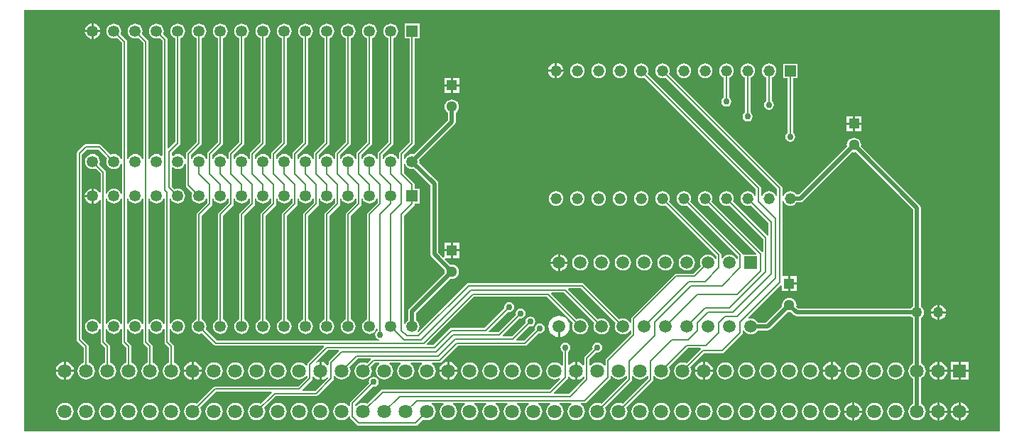
<source format=gtl>
G04*
G04 #@! TF.GenerationSoftware,Altium Limited,Altium Designer,20.2.6 (244)*
G04*
G04 Layer_Physical_Order=1*
G04 Layer_Color=255*
%FSAX24Y24*%
%MOIN*%
G70*
G04*
G04 #@! TF.SameCoordinates,F670C94F-DB3F-48BB-9EAE-642EF2030223*
G04*
G04*
G04 #@! TF.FilePolarity,Positive*
G04*
G01*
G75*
%ADD12C,0.0100*%
%ADD15C,0.0080*%
%ADD27C,0.0200*%
%ADD28R,0.0591X0.0591*%
%ADD29C,0.0591*%
%ADD30R,0.0531X0.0531*%
%ADD31C,0.0531*%
%ADD32R,0.0512X0.0512*%
%ADD33C,0.0512*%
%ADD34C,0.0500*%
%ADD35C,0.0520*%
%ADD36R,0.0520X0.0520*%
%ADD37R,0.0645X0.0645*%
%ADD38C,0.0645*%
%ADD39C,0.0300*%
G36*
X281537Y126017D02*
X235741Y126017D01*
X235741Y145813D01*
X281537Y145813D01*
X281537Y126017D01*
D02*
G37*
%LPC*%
G36*
X238989Y145190D02*
Y144877D01*
X239301D01*
X239295Y144923D01*
X239259Y145012D01*
X239200Y145088D01*
X239124Y145147D01*
X239035Y145184D01*
X238989Y145190D01*
D02*
G37*
G36*
X238889Y145190D02*
X238844Y145184D01*
X238755Y145147D01*
X238678Y145088D01*
X238620Y145012D01*
X238583Y144923D01*
X238577Y144877D01*
X238889D01*
Y145190D01*
D02*
G37*
G36*
Y144777D02*
X238577D01*
X238583Y144732D01*
X238620Y144643D01*
X238678Y144567D01*
X238755Y144508D01*
X238844Y144471D01*
X238889Y144465D01*
Y144777D01*
D02*
G37*
G36*
X239301D02*
X238989D01*
Y144465D01*
X239035Y144471D01*
X239124Y144508D01*
X239200Y144567D01*
X239259Y144643D01*
X239295Y144732D01*
X239301Y144777D01*
D02*
G37*
G36*
X260739Y143321D02*
Y143015D01*
X261046D01*
X261040Y143059D01*
X261004Y143146D01*
X260946Y143222D01*
X260871Y143279D01*
X260783Y143316D01*
X260739Y143321D01*
D02*
G37*
G36*
X260639D02*
X260595Y143316D01*
X260508Y143279D01*
X260432Y143222D01*
X260375Y143146D01*
X260338Y143059D01*
X260333Y143015D01*
X260639D01*
Y143321D01*
D02*
G37*
G36*
X267689Y143308D02*
X267600Y143296D01*
X267518Y143262D01*
X267447Y143207D01*
X267392Y143136D01*
X267358Y143054D01*
X267346Y142965D01*
X267358Y142876D01*
X267392Y142793D01*
X267447Y142722D01*
X267518Y142668D01*
X267600Y142634D01*
X267689Y142622D01*
X267778Y142634D01*
X267861Y142668D01*
X267932Y142722D01*
X267986Y142793D01*
X268020Y142876D01*
X268032Y142965D01*
X268020Y143054D01*
X267986Y143136D01*
X267932Y143207D01*
X267861Y143262D01*
X267778Y143296D01*
X267689Y143308D01*
D02*
G37*
G36*
X266689D02*
X266600Y143296D01*
X266518Y143262D01*
X266447Y143207D01*
X266392Y143136D01*
X266358Y143054D01*
X266346Y142965D01*
X266358Y142876D01*
X266392Y142793D01*
X266447Y142722D01*
X266518Y142668D01*
X266600Y142634D01*
X266689Y142622D01*
X266778Y142634D01*
X266861Y142668D01*
X266932Y142722D01*
X266986Y142793D01*
X267020Y142876D01*
X267032Y142965D01*
X267020Y143054D01*
X266986Y143136D01*
X266932Y143207D01*
X266861Y143262D01*
X266778Y143296D01*
X266689Y143308D01*
D02*
G37*
G36*
X263689D02*
X263600Y143296D01*
X263518Y143262D01*
X263447Y143207D01*
X263392Y143136D01*
X263358Y143054D01*
X263346Y142965D01*
X263358Y142876D01*
X263392Y142793D01*
X263447Y142722D01*
X263518Y142668D01*
X263600Y142634D01*
X263689Y142622D01*
X263778Y142634D01*
X263861Y142668D01*
X263932Y142722D01*
X263986Y142793D01*
X264020Y142876D01*
X264032Y142965D01*
X264020Y143054D01*
X263986Y143136D01*
X263932Y143207D01*
X263861Y143262D01*
X263778Y143296D01*
X263689Y143308D01*
D02*
G37*
G36*
X262689D02*
X262600Y143296D01*
X262518Y143262D01*
X262447Y143207D01*
X262392Y143136D01*
X262358Y143054D01*
X262346Y142965D01*
X262358Y142876D01*
X262392Y142793D01*
X262447Y142722D01*
X262518Y142668D01*
X262600Y142634D01*
X262689Y142622D01*
X262778Y142634D01*
X262861Y142668D01*
X262932Y142722D01*
X262986Y142793D01*
X263020Y142876D01*
X263032Y142965D01*
X263020Y143054D01*
X262986Y143136D01*
X262932Y143207D01*
X262861Y143262D01*
X262778Y143296D01*
X262689Y143308D01*
D02*
G37*
G36*
X261689D02*
X261600Y143296D01*
X261518Y143262D01*
X261447Y143207D01*
X261392Y143136D01*
X261358Y143054D01*
X261346Y142965D01*
X261358Y142876D01*
X261392Y142793D01*
X261447Y142722D01*
X261518Y142668D01*
X261600Y142634D01*
X261689Y142622D01*
X261778Y142634D01*
X261861Y142668D01*
X261932Y142722D01*
X261986Y142793D01*
X262020Y142876D01*
X262032Y142965D01*
X262020Y143054D01*
X261986Y143136D01*
X261932Y143207D01*
X261861Y143262D01*
X261778Y143296D01*
X261689Y143308D01*
D02*
G37*
G36*
X260639Y142915D02*
X260333D01*
X260338Y142871D01*
X260375Y142783D01*
X260432Y142708D01*
X260508Y142650D01*
X260595Y142614D01*
X260639Y142608D01*
Y142915D01*
D02*
G37*
G36*
X261046D02*
X260739D01*
Y142608D01*
X260783Y142614D01*
X260871Y142650D01*
X260946Y142708D01*
X261004Y142783D01*
X261040Y142871D01*
X261046Y142915D01*
D02*
G37*
G36*
X256160Y142632D02*
X255854D01*
Y142326D01*
X256160D01*
Y142632D01*
D02*
G37*
G36*
X255754D02*
X255448D01*
Y142326D01*
X255754D01*
Y142632D01*
D02*
G37*
G36*
X256160Y142226D02*
X255854D01*
Y141920D01*
X256160D01*
Y142226D01*
D02*
G37*
G36*
X255754D02*
X255448D01*
Y141920D01*
X255754D01*
Y142226D01*
D02*
G37*
G36*
X268689Y143308D02*
X268600Y143296D01*
X268518Y143262D01*
X268447Y143207D01*
X268392Y143136D01*
X268358Y143054D01*
X268346Y142965D01*
X268358Y142876D01*
X268392Y142793D01*
X268447Y142722D01*
X268518Y142668D01*
X268567Y142648D01*
Y141710D01*
X268523Y141681D01*
X268472Y141605D01*
X268455Y141515D01*
X268472Y141425D01*
X268523Y141349D01*
X268599Y141298D01*
X268689Y141280D01*
X268779Y141298D01*
X268855Y141349D01*
X268906Y141425D01*
X268924Y141515D01*
X268906Y141605D01*
X268855Y141681D01*
X268811Y141710D01*
Y142648D01*
X268861Y142668D01*
X268932Y142722D01*
X268986Y142793D01*
X269020Y142876D01*
X269032Y142965D01*
X269020Y143054D01*
X268986Y143136D01*
X268932Y143207D01*
X268861Y143262D01*
X268778Y143296D01*
X268689Y143308D01*
D02*
G37*
G36*
X270689D02*
X270600Y143296D01*
X270518Y143262D01*
X270447Y143207D01*
X270392Y143136D01*
X270358Y143054D01*
X270346Y142965D01*
X270358Y142876D01*
X270392Y142793D01*
X270447Y142722D01*
X270518Y142668D01*
X270567Y142648D01*
Y141560D01*
X270523Y141531D01*
X270472Y141455D01*
X270455Y141365D01*
X270472Y141275D01*
X270523Y141199D01*
X270599Y141148D01*
X270689Y141130D01*
X270779Y141148D01*
X270855Y141199D01*
X270906Y141275D01*
X270924Y141365D01*
X270906Y141455D01*
X270855Y141531D01*
X270811Y141560D01*
Y142648D01*
X270861Y142668D01*
X270932Y142722D01*
X270986Y142793D01*
X271020Y142876D01*
X271032Y142965D01*
X271020Y143054D01*
X270986Y143136D01*
X270932Y143207D01*
X270861Y143262D01*
X270778Y143296D01*
X270689Y143308D01*
D02*
G37*
G36*
X269689D02*
X269600Y143296D01*
X269518Y143262D01*
X269447Y143207D01*
X269392Y143136D01*
X269358Y143054D01*
X269346Y142965D01*
X269358Y142876D01*
X269392Y142793D01*
X269447Y142722D01*
X269518Y142668D01*
X269567Y142648D01*
Y141010D01*
X269523Y140981D01*
X269472Y140905D01*
X269455Y140815D01*
X269472Y140725D01*
X269523Y140649D01*
X269599Y140598D01*
X269689Y140580D01*
X269779Y140598D01*
X269855Y140649D01*
X269906Y140725D01*
X269924Y140815D01*
X269906Y140905D01*
X269855Y140981D01*
X269811Y141010D01*
Y142648D01*
X269861Y142668D01*
X269932Y142722D01*
X269986Y142793D01*
X270020Y142876D01*
X270032Y142965D01*
X270020Y143054D01*
X269986Y143136D01*
X269932Y143207D01*
X269861Y143262D01*
X269778Y143296D01*
X269689Y143308D01*
D02*
G37*
G36*
X275036Y140832D02*
X274730D01*
Y140526D01*
X275036D01*
Y140832D01*
D02*
G37*
G36*
X274630D02*
X274324D01*
Y140526D01*
X274630D01*
Y140832D01*
D02*
G37*
G36*
X275036Y140426D02*
X274730D01*
Y140120D01*
X275036D01*
Y140426D01*
D02*
G37*
G36*
X274630D02*
X274324D01*
Y140120D01*
X274630D01*
Y140426D01*
D02*
G37*
G36*
X272029Y143305D02*
X271349D01*
Y142625D01*
X271567D01*
Y140060D01*
X271523Y140031D01*
X271472Y139955D01*
X271455Y139865D01*
X271472Y139775D01*
X271523Y139699D01*
X271599Y139648D01*
X271689Y139630D01*
X271779Y139648D01*
X271855Y139699D01*
X271906Y139775D01*
X271924Y139865D01*
X271906Y139955D01*
X271855Y140031D01*
X271811Y140060D01*
Y142625D01*
X272029D01*
Y143305D01*
D02*
G37*
G36*
X252939Y145176D02*
X252849Y145164D01*
X252765Y145129D01*
X252692Y145074D01*
X252637Y145002D01*
X252602Y144918D01*
X252590Y144827D01*
X252602Y144737D01*
X252637Y144653D01*
X252692Y144581D01*
X252765Y144525D01*
X252817Y144504D01*
Y139616D01*
X252353Y139151D01*
X252326Y139112D01*
X252317Y139065D01*
Y138825D01*
X252267Y138815D01*
X252241Y138877D01*
X252186Y138949D01*
X252113Y139004D01*
X252029Y139039D01*
X251939Y139051D01*
X251849Y139039D01*
X251765Y139004D01*
X251692Y138949D01*
X251637Y138877D01*
X251611Y138815D01*
X251561Y138825D01*
Y139014D01*
X252026Y139478D01*
X252052Y139518D01*
X252061Y139565D01*
Y144504D01*
X252113Y144525D01*
X252186Y144581D01*
X252241Y144653D01*
X252276Y144737D01*
X252288Y144827D01*
X252276Y144918D01*
X252241Y145002D01*
X252186Y145074D01*
X252113Y145129D01*
X252029Y145164D01*
X251939Y145176D01*
X251849Y145164D01*
X251765Y145129D01*
X251692Y145074D01*
X251637Y145002D01*
X251602Y144918D01*
X251590Y144827D01*
X251602Y144737D01*
X251637Y144653D01*
X251692Y144581D01*
X251765Y144525D01*
X251817Y144504D01*
Y139616D01*
X251353Y139151D01*
X251326Y139112D01*
X251317Y139065D01*
Y138825D01*
X251267Y138815D01*
X251241Y138877D01*
X251186Y138949D01*
X251113Y139004D01*
X251029Y139039D01*
X250939Y139051D01*
X250849Y139039D01*
X250765Y139004D01*
X250692Y138949D01*
X250637Y138877D01*
X250611Y138815D01*
X250561Y138825D01*
Y139014D01*
X251026Y139478D01*
X251052Y139518D01*
X251061Y139565D01*
Y144504D01*
X251113Y144525D01*
X251186Y144581D01*
X251241Y144653D01*
X251276Y144737D01*
X251288Y144827D01*
X251276Y144918D01*
X251241Y145002D01*
X251186Y145074D01*
X251113Y145129D01*
X251029Y145164D01*
X250939Y145176D01*
X250849Y145164D01*
X250765Y145129D01*
X250692Y145074D01*
X250637Y145002D01*
X250602Y144918D01*
X250590Y144827D01*
X250602Y144737D01*
X250637Y144653D01*
X250692Y144581D01*
X250765Y144525D01*
X250817Y144504D01*
Y139616D01*
X250353Y139151D01*
X250326Y139112D01*
X250317Y139065D01*
Y138825D01*
X250267Y138815D01*
X250241Y138877D01*
X250186Y138949D01*
X250113Y139004D01*
X250029Y139039D01*
X249939Y139051D01*
X249849Y139039D01*
X249765Y139004D01*
X249692Y138949D01*
X249637Y138877D01*
X249611Y138815D01*
X249561Y138825D01*
Y139014D01*
X250026Y139478D01*
X250052Y139518D01*
X250061Y139565D01*
Y144504D01*
X250113Y144525D01*
X250186Y144581D01*
X250241Y144653D01*
X250276Y144737D01*
X250288Y144827D01*
X250276Y144918D01*
X250241Y145002D01*
X250186Y145074D01*
X250113Y145129D01*
X250029Y145164D01*
X249939Y145176D01*
X249849Y145164D01*
X249765Y145129D01*
X249692Y145074D01*
X249637Y145002D01*
X249602Y144918D01*
X249590Y144827D01*
X249602Y144737D01*
X249637Y144653D01*
X249692Y144581D01*
X249765Y144525D01*
X249817Y144504D01*
Y139616D01*
X249353Y139151D01*
X249326Y139112D01*
X249317Y139065D01*
Y138825D01*
X249267Y138815D01*
X249241Y138877D01*
X249186Y138949D01*
X249113Y139004D01*
X249029Y139039D01*
X248939Y139051D01*
X248849Y139039D01*
X248765Y139004D01*
X248692Y138949D01*
X248637Y138877D01*
X248611Y138815D01*
X248561Y138825D01*
Y139014D01*
X249026Y139478D01*
X249052Y139518D01*
X249061Y139565D01*
Y144504D01*
X249113Y144525D01*
X249186Y144581D01*
X249241Y144653D01*
X249276Y144737D01*
X249288Y144827D01*
X249276Y144918D01*
X249241Y145002D01*
X249186Y145074D01*
X249113Y145129D01*
X249029Y145164D01*
X248939Y145176D01*
X248849Y145164D01*
X248765Y145129D01*
X248692Y145074D01*
X248637Y145002D01*
X248602Y144918D01*
X248590Y144827D01*
X248602Y144737D01*
X248637Y144653D01*
X248692Y144581D01*
X248765Y144525D01*
X248817Y144504D01*
Y139616D01*
X248353Y139151D01*
X248326Y139112D01*
X248317Y139065D01*
Y138825D01*
X248267Y138815D01*
X248241Y138877D01*
X248186Y138949D01*
X248113Y139004D01*
X248029Y139039D01*
X247939Y139051D01*
X247849Y139039D01*
X247765Y139004D01*
X247692Y138949D01*
X247637Y138877D01*
X247611Y138815D01*
X247561Y138825D01*
Y139014D01*
X248026Y139478D01*
X248052Y139518D01*
X248061Y139565D01*
Y144504D01*
X248113Y144525D01*
X248186Y144581D01*
X248241Y144653D01*
X248276Y144737D01*
X248288Y144827D01*
X248276Y144918D01*
X248241Y145002D01*
X248186Y145074D01*
X248113Y145129D01*
X248029Y145164D01*
X247939Y145176D01*
X247849Y145164D01*
X247765Y145129D01*
X247692Y145074D01*
X247637Y145002D01*
X247602Y144918D01*
X247590Y144827D01*
X247602Y144737D01*
X247637Y144653D01*
X247692Y144581D01*
X247765Y144525D01*
X247817Y144504D01*
Y139616D01*
X247353Y139151D01*
X247326Y139112D01*
X247317Y139065D01*
Y138825D01*
X247267Y138815D01*
X247241Y138877D01*
X247186Y138949D01*
X247113Y139004D01*
X247029Y139039D01*
X246939Y139051D01*
X246849Y139039D01*
X246765Y139004D01*
X246692Y138949D01*
X246637Y138877D01*
X246611Y138815D01*
X246561Y138825D01*
Y139014D01*
X247026Y139478D01*
X247052Y139518D01*
X247061Y139565D01*
Y144504D01*
X247113Y144525D01*
X247186Y144581D01*
X247241Y144653D01*
X247276Y144737D01*
X247288Y144827D01*
X247276Y144918D01*
X247241Y145002D01*
X247186Y145074D01*
X247113Y145129D01*
X247029Y145164D01*
X246939Y145176D01*
X246849Y145164D01*
X246765Y145129D01*
X246692Y145074D01*
X246637Y145002D01*
X246602Y144918D01*
X246590Y144827D01*
X246602Y144737D01*
X246637Y144653D01*
X246692Y144581D01*
X246765Y144525D01*
X246817Y144504D01*
Y139616D01*
X246353Y139151D01*
X246326Y139112D01*
X246317Y139065D01*
Y138825D01*
X246267Y138815D01*
X246241Y138877D01*
X246186Y138949D01*
X246113Y139004D01*
X246029Y139039D01*
X245939Y139051D01*
X245849Y139039D01*
X245765Y139004D01*
X245692Y138949D01*
X245637Y138877D01*
X245611Y138815D01*
X245561Y138825D01*
Y139014D01*
X246026Y139478D01*
X246052Y139518D01*
X246061Y139565D01*
Y144504D01*
X246113Y144525D01*
X246186Y144581D01*
X246241Y144653D01*
X246276Y144737D01*
X246288Y144827D01*
X246276Y144918D01*
X246241Y145002D01*
X246186Y145074D01*
X246113Y145129D01*
X246029Y145164D01*
X245939Y145176D01*
X245849Y145164D01*
X245765Y145129D01*
X245692Y145074D01*
X245637Y145002D01*
X245602Y144918D01*
X245590Y144827D01*
X245602Y144737D01*
X245637Y144653D01*
X245692Y144581D01*
X245765Y144525D01*
X245817Y144504D01*
Y139616D01*
X245353Y139151D01*
X245326Y139112D01*
X245317Y139065D01*
Y138825D01*
X245267Y138815D01*
X245241Y138877D01*
X245186Y138949D01*
X245113Y139004D01*
X245029Y139039D01*
X244939Y139051D01*
X244849Y139039D01*
X244765Y139004D01*
X244692Y138949D01*
X244637Y138877D01*
X244611Y138815D01*
X244561Y138825D01*
Y139014D01*
X245026Y139478D01*
X245052Y139518D01*
X245061Y139565D01*
Y144504D01*
X245113Y144525D01*
X245186Y144581D01*
X245241Y144653D01*
X245276Y144737D01*
X245288Y144827D01*
X245276Y144918D01*
X245241Y145002D01*
X245186Y145074D01*
X245113Y145129D01*
X245029Y145164D01*
X244939Y145176D01*
X244849Y145164D01*
X244765Y145129D01*
X244692Y145074D01*
X244637Y145002D01*
X244602Y144918D01*
X244590Y144827D01*
X244602Y144737D01*
X244637Y144653D01*
X244692Y144581D01*
X244765Y144525D01*
X244817Y144504D01*
Y139616D01*
X244353Y139151D01*
X244326Y139112D01*
X244317Y139065D01*
Y138825D01*
X244267Y138815D01*
X244241Y138877D01*
X244186Y138949D01*
X244113Y139004D01*
X244029Y139039D01*
X243939Y139051D01*
X243849Y139039D01*
X243765Y139004D01*
X243692Y138949D01*
X243637Y138877D01*
X243611Y138815D01*
X243561Y138825D01*
Y139014D01*
X244026Y139478D01*
X244052Y139518D01*
X244061Y139565D01*
Y144504D01*
X244113Y144525D01*
X244186Y144581D01*
X244241Y144653D01*
X244276Y144737D01*
X244288Y144827D01*
X244276Y144918D01*
X244241Y145002D01*
X244186Y145074D01*
X244113Y145129D01*
X244029Y145164D01*
X243939Y145176D01*
X243849Y145164D01*
X243765Y145129D01*
X243692Y145074D01*
X243637Y145002D01*
X243602Y144918D01*
X243590Y144827D01*
X243602Y144737D01*
X243637Y144653D01*
X243692Y144581D01*
X243765Y144525D01*
X243817Y144504D01*
Y139616D01*
X243353Y139151D01*
X243326Y139112D01*
X243317Y139065D01*
Y138825D01*
X243267Y138815D01*
X243241Y138877D01*
X243186Y138949D01*
X243113Y139004D01*
X243029Y139039D01*
X242939Y139051D01*
X242849Y139039D01*
X242765Y139004D01*
X242711Y138964D01*
X242661Y138988D01*
Y139114D01*
X243026Y139478D01*
X243052Y139518D01*
X243061Y139565D01*
Y144504D01*
X243113Y144525D01*
X243186Y144581D01*
X243241Y144653D01*
X243276Y144737D01*
X243288Y144827D01*
X243276Y144918D01*
X243241Y145002D01*
X243186Y145074D01*
X243113Y145129D01*
X243029Y145164D01*
X242939Y145176D01*
X242849Y145164D01*
X242765Y145129D01*
X242692Y145074D01*
X242637Y145002D01*
X242602Y144918D01*
X242590Y144827D01*
X242602Y144737D01*
X242637Y144653D01*
X242692Y144581D01*
X242765Y144525D01*
X242817Y144504D01*
Y139616D01*
X242508Y139307D01*
X242461Y139326D01*
Y144427D01*
X242452Y144474D01*
X242426Y144514D01*
X242254Y144685D01*
X242276Y144737D01*
X242288Y144827D01*
X242276Y144918D01*
X242241Y145002D01*
X242186Y145074D01*
X242113Y145129D01*
X242029Y145164D01*
X241939Y145176D01*
X241849Y145164D01*
X241765Y145129D01*
X241692Y145074D01*
X241637Y145002D01*
X241602Y144918D01*
X241590Y144827D01*
X241602Y144737D01*
X241637Y144653D01*
X241692Y144581D01*
X241765Y144525D01*
X241849Y144491D01*
X241939Y144479D01*
X242029Y144491D01*
X242081Y144512D01*
X242217Y144377D01*
Y138988D01*
X242167Y138964D01*
X242113Y139004D01*
X242029Y139039D01*
X241939Y139051D01*
X241849Y139039D01*
X241765Y139004D01*
X241692Y138949D01*
X241637Y138877D01*
X241611Y138815D01*
X241561Y138825D01*
Y144327D01*
X241552Y144374D01*
X241526Y144414D01*
X241254Y144685D01*
X241276Y144737D01*
X241288Y144827D01*
X241276Y144918D01*
X241241Y145002D01*
X241186Y145074D01*
X241113Y145129D01*
X241029Y145164D01*
X240939Y145176D01*
X240849Y145164D01*
X240765Y145129D01*
X240692Y145074D01*
X240637Y145002D01*
X240602Y144918D01*
X240590Y144827D01*
X240602Y144737D01*
X240637Y144653D01*
X240692Y144581D01*
X240765Y144525D01*
X240849Y144491D01*
X240939Y144479D01*
X241029Y144491D01*
X241081Y144512D01*
X241317Y144277D01*
Y138825D01*
X241267Y138815D01*
X241241Y138877D01*
X241186Y138949D01*
X241113Y139004D01*
X241029Y139039D01*
X240939Y139051D01*
X240849Y139039D01*
X240765Y139004D01*
X240692Y138949D01*
X240637Y138877D01*
X240611Y138815D01*
X240561Y138825D01*
Y144327D01*
X240552Y144374D01*
X240526Y144414D01*
X240254Y144685D01*
X240276Y144737D01*
X240288Y144827D01*
X240276Y144918D01*
X240241Y145002D01*
X240186Y145074D01*
X240113Y145129D01*
X240029Y145164D01*
X239939Y145176D01*
X239849Y145164D01*
X239765Y145129D01*
X239692Y145074D01*
X239637Y145002D01*
X239602Y144918D01*
X239590Y144827D01*
X239602Y144737D01*
X239637Y144653D01*
X239692Y144581D01*
X239765Y144525D01*
X239849Y144491D01*
X239939Y144479D01*
X240029Y144491D01*
X240081Y144512D01*
X240317Y144277D01*
Y138825D01*
X240267Y138815D01*
X240241Y138877D01*
X240186Y138949D01*
X240113Y139004D01*
X240029Y139039D01*
X239939Y139051D01*
X239849Y139039D01*
X239797Y139018D01*
X239341Y139474D01*
X239301Y139500D01*
X239254Y139510D01*
X238623D01*
X238576Y139500D01*
X238537Y139474D01*
X238230Y139167D01*
X238204Y139128D01*
X238194Y139081D01*
Y130337D01*
X238204Y130290D01*
X238230Y130251D01*
X238517Y129964D01*
Y129250D01*
X238436Y129217D01*
X238352Y129152D01*
X238287Y129068D01*
X238247Y128970D01*
X238233Y128865D01*
X238247Y128760D01*
X238287Y128662D01*
X238352Y128578D01*
X238436Y128513D01*
X238534Y128473D01*
X238639Y128459D01*
X238744Y128473D01*
X238842Y128513D01*
X238926Y128578D01*
X238991Y128662D01*
X239031Y128760D01*
X239045Y128865D01*
X239031Y128970D01*
X238991Y129068D01*
X238926Y129152D01*
X238842Y129217D01*
X238761Y129250D01*
Y130015D01*
X238752Y130062D01*
X238726Y130101D01*
X238439Y130388D01*
Y139030D01*
X238674Y139265D01*
X239204D01*
X239624Y138845D01*
X239602Y138793D01*
X239590Y138702D01*
X239602Y138612D01*
X239637Y138528D01*
X239692Y138456D01*
X239765Y138400D01*
X239849Y138366D01*
X239939Y138354D01*
X240029Y138366D01*
X240113Y138400D01*
X240186Y138456D01*
X240241Y138528D01*
X240267Y138590D01*
X240317Y138580D01*
Y137200D01*
X240267Y137190D01*
X240241Y137252D01*
X240186Y137324D01*
X240113Y137379D01*
X240029Y137414D01*
X239939Y137426D01*
X239849Y137414D01*
X239765Y137379D01*
X239692Y137324D01*
X239637Y137252D01*
X239611Y137190D01*
X239561Y137200D01*
Y138202D01*
X239552Y138249D01*
X239526Y138289D01*
X239254Y138560D01*
X239276Y138612D01*
X239288Y138702D01*
X239276Y138793D01*
X239241Y138877D01*
X239186Y138949D01*
X239113Y139004D01*
X239029Y139039D01*
X238939Y139051D01*
X238849Y139039D01*
X238765Y139004D01*
X238692Y138949D01*
X238637Y138877D01*
X238602Y138793D01*
X238590Y138702D01*
X238602Y138612D01*
X238637Y138528D01*
X238692Y138456D01*
X238765Y138400D01*
X238849Y138366D01*
X238939Y138354D01*
X239029Y138366D01*
X239081Y138387D01*
X239317Y138152D01*
Y137252D01*
X239267Y137242D01*
X239259Y137262D01*
X239200Y137338D01*
X239124Y137397D01*
X239035Y137434D01*
X238989Y137440D01*
Y137077D01*
Y136715D01*
X239035Y136721D01*
X239124Y136758D01*
X239200Y136817D01*
X239259Y136893D01*
X239267Y136913D01*
X239317Y136903D01*
Y131075D01*
X239267Y131065D01*
X239241Y131127D01*
X239186Y131199D01*
X239113Y131254D01*
X239029Y131289D01*
X238939Y131301D01*
X238849Y131289D01*
X238765Y131254D01*
X238692Y131199D01*
X238637Y131127D01*
X238602Y131043D01*
X238590Y130952D01*
X238602Y130862D01*
X238637Y130778D01*
X238692Y130706D01*
X238765Y130650D01*
X238849Y130616D01*
X238939Y130604D01*
X239029Y130616D01*
X239113Y130650D01*
X239186Y130706D01*
X239241Y130778D01*
X239267Y130840D01*
X239317Y130830D01*
Y130215D01*
X239326Y130168D01*
X239353Y130128D01*
X239517Y129964D01*
Y129250D01*
X239436Y129217D01*
X239352Y129152D01*
X239287Y129068D01*
X239247Y128970D01*
X239233Y128865D01*
X239247Y128760D01*
X239287Y128662D01*
X239352Y128578D01*
X239436Y128513D01*
X239534Y128473D01*
X239639Y128459D01*
X239744Y128473D01*
X239842Y128513D01*
X239926Y128578D01*
X239991Y128662D01*
X240031Y128760D01*
X240045Y128865D01*
X240031Y128970D01*
X239991Y129068D01*
X239926Y129152D01*
X239842Y129217D01*
X239761Y129250D01*
Y130015D01*
X239752Y130062D01*
X239726Y130101D01*
X239561Y130266D01*
Y130830D01*
X239611Y130840D01*
X239637Y130778D01*
X239692Y130706D01*
X239765Y130650D01*
X239849Y130616D01*
X239939Y130604D01*
X240029Y130616D01*
X240113Y130650D01*
X240186Y130706D01*
X240241Y130778D01*
X240267Y130840D01*
X240317Y130830D01*
Y130215D01*
X240326Y130168D01*
X240353Y130128D01*
X240517Y129964D01*
Y129250D01*
X240436Y129217D01*
X240352Y129152D01*
X240287Y129068D01*
X240247Y128970D01*
X240233Y128865D01*
X240247Y128760D01*
X240287Y128662D01*
X240352Y128578D01*
X240436Y128513D01*
X240534Y128473D01*
X240639Y128459D01*
X240744Y128473D01*
X240842Y128513D01*
X240926Y128578D01*
X240991Y128662D01*
X241031Y128760D01*
X241045Y128865D01*
X241031Y128970D01*
X240991Y129068D01*
X240926Y129152D01*
X240842Y129217D01*
X240761Y129250D01*
Y130015D01*
X240752Y130062D01*
X240726Y130101D01*
X240726Y130101D01*
X240561Y130266D01*
Y130830D01*
X240611Y130840D01*
X240637Y130778D01*
X240692Y130706D01*
X240765Y130650D01*
X240849Y130616D01*
X240939Y130604D01*
X241029Y130616D01*
X241113Y130650D01*
X241186Y130706D01*
X241241Y130778D01*
X241267Y130840D01*
X241317Y130830D01*
Y130215D01*
X241326Y130168D01*
X241353Y130128D01*
X241517Y129964D01*
Y129250D01*
X241436Y129217D01*
X241352Y129152D01*
X241287Y129068D01*
X241247Y128970D01*
X241233Y128865D01*
X241247Y128760D01*
X241287Y128662D01*
X241352Y128578D01*
X241436Y128513D01*
X241534Y128473D01*
X241639Y128459D01*
X241744Y128473D01*
X241842Y128513D01*
X241926Y128578D01*
X241991Y128662D01*
X242031Y128760D01*
X242045Y128865D01*
X242031Y128970D01*
X241991Y129068D01*
X241926Y129152D01*
X241842Y129217D01*
X241761Y129250D01*
Y130015D01*
X241752Y130062D01*
X241726Y130101D01*
X241726Y130101D01*
X241561Y130266D01*
Y130830D01*
X241611Y130840D01*
X241637Y130778D01*
X241692Y130706D01*
X241765Y130650D01*
X241849Y130616D01*
X241939Y130604D01*
X242029Y130616D01*
X242113Y130650D01*
X242186Y130706D01*
X242241Y130778D01*
X242267Y130840D01*
X242317Y130830D01*
Y130215D01*
X242326Y130168D01*
X242353Y130128D01*
X242517Y129964D01*
Y129250D01*
X242436Y129217D01*
X242352Y129152D01*
X242287Y129068D01*
X242247Y128970D01*
X242233Y128865D01*
X242247Y128760D01*
X242287Y128662D01*
X242352Y128578D01*
X242436Y128513D01*
X242534Y128473D01*
X242639Y128459D01*
X242744Y128473D01*
X242842Y128513D01*
X242926Y128578D01*
X242991Y128662D01*
X243031Y128760D01*
X243045Y128865D01*
X243031Y128970D01*
X242991Y129068D01*
X242926Y129152D01*
X242842Y129217D01*
X242761Y129250D01*
Y130015D01*
X242752Y130062D01*
X242726Y130101D01*
X242561Y130266D01*
Y130830D01*
X242611Y130840D01*
X242637Y130778D01*
X242692Y130706D01*
X242765Y130650D01*
X242849Y130616D01*
X242939Y130604D01*
X243029Y130616D01*
X243113Y130650D01*
X243186Y130706D01*
X243241Y130778D01*
X243276Y130862D01*
X243288Y130952D01*
X243276Y131043D01*
X243241Y131127D01*
X243186Y131199D01*
X243113Y131254D01*
X243029Y131289D01*
X242939Y131301D01*
X242849Y131289D01*
X242765Y131254D01*
X242692Y131199D01*
X242637Y131127D01*
X242611Y131065D01*
X242561Y131075D01*
Y136955D01*
X242611Y136965D01*
X242637Y136903D01*
X242692Y136831D01*
X242765Y136775D01*
X242849Y136741D01*
X242939Y136729D01*
X243029Y136741D01*
X243113Y136775D01*
X243186Y136831D01*
X243241Y136903D01*
X243276Y136987D01*
X243288Y137077D01*
X243276Y137168D01*
X243241Y137252D01*
X243186Y137324D01*
X243113Y137379D01*
X243029Y137414D01*
X242939Y137426D01*
X242849Y137414D01*
X242797Y137393D01*
X242661Y137528D01*
Y138417D01*
X242711Y138441D01*
X242765Y138400D01*
X242849Y138366D01*
X242939Y138354D01*
X243029Y138366D01*
X243113Y138400D01*
X243186Y138456D01*
X243241Y138528D01*
X243267Y138590D01*
X243317Y138580D01*
Y137577D01*
X243326Y137531D01*
X243353Y137491D01*
X243624Y137220D01*
X243602Y137168D01*
X243590Y137077D01*
X243602Y136987D01*
X243637Y136903D01*
X243692Y136831D01*
X243765Y136775D01*
X243849Y136741D01*
X243939Y136729D01*
X244029Y136741D01*
X244113Y136775D01*
X244186Y136831D01*
X244241Y136903D01*
X244267Y136965D01*
X244317Y136955D01*
Y136766D01*
X243853Y136301D01*
X243826Y136262D01*
X243817Y136215D01*
Y131276D01*
X243765Y131254D01*
X243692Y131199D01*
X243637Y131127D01*
X243602Y131043D01*
X243590Y130952D01*
X243602Y130862D01*
X243637Y130778D01*
X243692Y130706D01*
X243765Y130650D01*
X243849Y130616D01*
X243939Y130604D01*
X244029Y130616D01*
X244081Y130637D01*
X244640Y130078D01*
X244680Y130052D01*
X244727Y130043D01*
X249778D01*
X249797Y129996D01*
X249053Y129251D01*
X249026Y129212D01*
X249017Y129165D01*
Y129116D01*
X248967Y129099D01*
X248926Y129152D01*
X248842Y129217D01*
X248744Y129257D01*
X248639Y129271D01*
X248534Y129257D01*
X248436Y129217D01*
X248352Y129152D01*
X248287Y129068D01*
X248247Y128970D01*
X248233Y128865D01*
X248247Y128760D01*
X248287Y128662D01*
X248352Y128578D01*
X248436Y128513D01*
X248534Y128473D01*
X248639Y128459D01*
X248744Y128473D01*
X248842Y128513D01*
X248926Y128578D01*
X248967Y128631D01*
X249017Y128614D01*
Y128562D01*
X248592Y128137D01*
X244699D01*
X244652Y128128D01*
X244613Y128101D01*
X243825Y127314D01*
X243744Y127347D01*
X243639Y127361D01*
X243534Y127347D01*
X243436Y127307D01*
X243352Y127242D01*
X243287Y127158D01*
X243247Y127060D01*
X243233Y126955D01*
X243247Y126850D01*
X243287Y126752D01*
X243352Y126668D01*
X243436Y126603D01*
X243534Y126563D01*
X243639Y126549D01*
X243744Y126563D01*
X243842Y126603D01*
X243926Y126668D01*
X243991Y126752D01*
X244031Y126850D01*
X244045Y126955D01*
X244031Y127060D01*
X243998Y127141D01*
X244750Y127893D01*
X247333D01*
X247354Y127843D01*
X246825Y127314D01*
X246744Y127347D01*
X246639Y127361D01*
X246534Y127347D01*
X246436Y127307D01*
X246352Y127242D01*
X246287Y127158D01*
X246247Y127060D01*
X246233Y126955D01*
X246247Y126850D01*
X246287Y126752D01*
X246352Y126668D01*
X246436Y126603D01*
X246534Y126563D01*
X246639Y126549D01*
X246744Y126563D01*
X246842Y126603D01*
X246926Y126668D01*
X246991Y126752D01*
X247031Y126850D01*
X247045Y126955D01*
X247031Y127060D01*
X246998Y127141D01*
X247540Y127683D01*
X249429D01*
X249476Y127692D01*
X249516Y127718D01*
X250226Y128428D01*
X250252Y128468D01*
X250261Y128515D01*
Y128614D01*
X250311Y128631D01*
X250352Y128578D01*
X250436Y128513D01*
X250534Y128473D01*
X250639Y128459D01*
X250744Y128473D01*
X250842Y128513D01*
X250926Y128578D01*
X250991Y128662D01*
X251031Y128760D01*
X251045Y128865D01*
X251031Y128970D01*
X250998Y129051D01*
X251390Y129443D01*
X251978D01*
X251997Y129396D01*
X251825Y129224D01*
X251744Y129257D01*
X251639Y129271D01*
X251534Y129257D01*
X251436Y129217D01*
X251352Y129152D01*
X251287Y129068D01*
X251247Y128970D01*
X251233Y128865D01*
X251247Y128760D01*
X251287Y128662D01*
X251352Y128578D01*
X251436Y128513D01*
X251534Y128473D01*
X251639Y128459D01*
X251744Y128473D01*
X251842Y128513D01*
X251926Y128578D01*
X251991Y128662D01*
X252031Y128760D01*
X252045Y128865D01*
X252031Y128970D01*
X251998Y129051D01*
X252190Y129243D01*
X252388D01*
X252405Y129193D01*
X252352Y129152D01*
X252287Y129068D01*
X252247Y128970D01*
X252233Y128865D01*
X252247Y128760D01*
X252287Y128662D01*
X252352Y128578D01*
X252436Y128513D01*
X252534Y128473D01*
X252639Y128459D01*
X252744Y128473D01*
X252842Y128513D01*
X252926Y128578D01*
X252991Y128662D01*
X253031Y128760D01*
X253045Y128865D01*
X253031Y128970D01*
X252991Y129068D01*
X252926Y129152D01*
X252873Y129193D01*
X252890Y129243D01*
X253388D01*
X253405Y129193D01*
X253352Y129152D01*
X253287Y129068D01*
X253247Y128970D01*
X253233Y128865D01*
X253247Y128760D01*
X253287Y128662D01*
X253352Y128578D01*
X253436Y128513D01*
X253534Y128473D01*
X253639Y128459D01*
X253744Y128473D01*
X253842Y128513D01*
X253926Y128578D01*
X253991Y128662D01*
X254031Y128760D01*
X254045Y128865D01*
X254031Y128970D01*
X253991Y129068D01*
X253926Y129152D01*
X253873Y129193D01*
X253890Y129243D01*
X254388D01*
X254405Y129193D01*
X254352Y129152D01*
X254287Y129068D01*
X254247Y128970D01*
X254233Y128865D01*
X254247Y128760D01*
X254287Y128662D01*
X254352Y128578D01*
X254436Y128513D01*
X254534Y128473D01*
X254639Y128459D01*
X254744Y128473D01*
X254842Y128513D01*
X254926Y128578D01*
X254991Y128662D01*
X255031Y128760D01*
X255045Y128865D01*
X255031Y128970D01*
X254991Y129068D01*
X254926Y129152D01*
X254873Y129193D01*
X254890Y129243D01*
X255238D01*
X255285Y129252D01*
X255325Y129278D01*
X256089Y130043D01*
X259239D01*
X259286Y130052D01*
X259326Y130078D01*
X259888Y130641D01*
X259939Y130630D01*
X260029Y130648D01*
X260105Y130699D01*
X260156Y130775D01*
X260174Y130865D01*
X260156Y130955D01*
X260105Y131031D01*
X260029Y131082D01*
X259939Y131099D01*
X259849Y131082D01*
X259773Y131031D01*
X259722Y130955D01*
X259705Y130865D01*
X259715Y130814D01*
X259188Y130287D01*
X258831D01*
X258812Y130333D01*
X259438Y130960D01*
X259489Y130949D01*
X259579Y130967D01*
X259655Y131018D01*
X259706Y131094D01*
X259724Y131184D01*
X259706Y131274D01*
X259655Y131350D01*
X259579Y131401D01*
X259489Y131418D01*
X259399Y131401D01*
X259323Y131350D01*
X259272Y131274D01*
X259255Y131184D01*
X259265Y131133D01*
X258619Y130487D01*
X258200D01*
X258181Y130534D01*
X258988Y131341D01*
X259039Y131330D01*
X259129Y131348D01*
X259205Y131399D01*
X259256Y131475D01*
X259274Y131565D01*
X259256Y131655D01*
X259205Y131731D01*
X259129Y131782D01*
X259039Y131799D01*
X258949Y131782D01*
X258873Y131731D01*
X258822Y131655D01*
X258805Y131565D01*
X258815Y131514D01*
X257988Y130687D01*
X257563D01*
X257543Y130733D01*
X258451Y131641D01*
X258502Y131630D01*
X258592Y131648D01*
X258668Y131699D01*
X258718Y131775D01*
X258736Y131865D01*
X258718Y131955D01*
X258668Y132031D01*
X258592Y132082D01*
X258502Y132099D01*
X258412Y132082D01*
X258336Y132031D01*
X258285Y131955D01*
X258267Y131865D01*
X258277Y131814D01*
X257351Y130887D01*
X255790D01*
X255743Y130878D01*
X255703Y130851D01*
X254939Y130087D01*
X254640D01*
X254621Y130133D01*
X256830Y132343D01*
X260270D01*
X261495Y131117D01*
X261468Y131050D01*
X261455Y130952D01*
X261468Y130855D01*
X261506Y130763D01*
X261566Y130685D01*
X261644Y130625D01*
X261735Y130587D01*
X261833Y130574D01*
X261931Y130587D01*
X262023Y130625D01*
X262101Y130685D01*
X262161Y130763D01*
X262199Y130855D01*
X262212Y130952D01*
X262199Y131050D01*
X262161Y131142D01*
X262101Y131220D01*
X262023Y131280D01*
X261931Y131318D01*
X261833Y131331D01*
X261735Y131318D01*
X261668Y131290D01*
X260462Y132496D01*
X260482Y132543D01*
X261070D01*
X262495Y131117D01*
X262468Y131050D01*
X262455Y130952D01*
X262468Y130855D01*
X262506Y130763D01*
X262566Y130685D01*
X262644Y130625D01*
X262735Y130587D01*
X262833Y130574D01*
X262931Y130587D01*
X263023Y130625D01*
X263101Y130685D01*
X263161Y130763D01*
X263199Y130855D01*
X263212Y130952D01*
X263199Y131050D01*
X263161Y131142D01*
X263101Y131220D01*
X263023Y131280D01*
X262931Y131318D01*
X262833Y131331D01*
X262735Y131318D01*
X262668Y131290D01*
X261262Y132696D01*
X261282Y132743D01*
X261870D01*
X263495Y131117D01*
X263468Y131050D01*
X263455Y130952D01*
X263468Y130855D01*
X263506Y130763D01*
X263566Y130685D01*
X263644Y130625D01*
X263735Y130587D01*
X263833Y130574D01*
X263931Y130587D01*
X264023Y130625D01*
X264101Y130685D01*
X264161Y130763D01*
X264167Y130777D01*
X264217Y130767D01*
Y130616D01*
X263053Y129451D01*
X263026Y129412D01*
X263017Y129365D01*
Y129116D01*
X262967Y129099D01*
X262926Y129152D01*
X262842Y129217D01*
X262744Y129257D01*
X262639Y129271D01*
X262534Y129257D01*
X262436Y129217D01*
X262352Y129152D01*
X262311Y129099D01*
X262261Y129116D01*
Y129414D01*
X262588Y129741D01*
X262639Y129730D01*
X262729Y129748D01*
X262805Y129799D01*
X262856Y129875D01*
X262874Y129965D01*
X262856Y130055D01*
X262805Y130131D01*
X262729Y130182D01*
X262639Y130199D01*
X262549Y130182D01*
X262473Y130131D01*
X262422Y130055D01*
X262405Y129965D01*
X262415Y129914D01*
X262053Y129551D01*
X262026Y129512D01*
X262017Y129465D01*
Y129149D01*
X261967Y129132D01*
X261940Y129166D01*
X261852Y129234D01*
X261749Y129277D01*
X261689Y129285D01*
Y128865D01*
Y128445D01*
X261749Y128453D01*
X261852Y128496D01*
X261940Y128564D01*
X261967Y128598D01*
X262017Y128581D01*
Y128498D01*
X261306Y127787D01*
X260600D01*
X260581Y127833D01*
X261226Y128478D01*
X261252Y128518D01*
X261261Y128565D01*
Y128581D01*
X261311Y128598D01*
X261338Y128564D01*
X261426Y128496D01*
X261529Y128453D01*
X261589Y128445D01*
Y128865D01*
Y129285D01*
X261529Y129277D01*
X261426Y129234D01*
X261338Y129166D01*
X261311Y129132D01*
X261261Y129149D01*
Y129770D01*
X261305Y129799D01*
X261356Y129875D01*
X261374Y129965D01*
X261356Y130055D01*
X261305Y130131D01*
X261229Y130182D01*
X261139Y130199D01*
X261049Y130182D01*
X260973Y130131D01*
X260922Y130055D01*
X260905Y129965D01*
X260922Y129875D01*
X260973Y129799D01*
X261017Y129770D01*
Y129116D01*
X260967Y129099D01*
X260926Y129152D01*
X260842Y129217D01*
X260744Y129257D01*
X260639Y129271D01*
X260534Y129257D01*
X260436Y129217D01*
X260352Y129152D01*
X260287Y129068D01*
X260247Y128970D01*
X260233Y128865D01*
X260247Y128760D01*
X260287Y128662D01*
X260352Y128578D01*
X260436Y128513D01*
X260534Y128473D01*
X260639Y128459D01*
X260744Y128473D01*
X260842Y128513D01*
X260849Y128519D01*
X260882Y128481D01*
X260388Y127987D01*
X252549D01*
X252502Y127978D01*
X252463Y127951D01*
X251825Y127314D01*
X251744Y127347D01*
X251639Y127361D01*
X251534Y127347D01*
X251436Y127307D01*
X251352Y127242D01*
X251311Y127189D01*
X251261Y127206D01*
Y127297D01*
X252088Y128123D01*
X252139Y128113D01*
X252229Y128131D01*
X252305Y128182D01*
X252356Y128258D01*
X252374Y128348D01*
X252356Y128438D01*
X252305Y128514D01*
X252229Y128564D01*
X252139Y128582D01*
X252049Y128564D01*
X251973Y128514D01*
X251922Y128438D01*
X251905Y128348D01*
X251915Y128297D01*
X251053Y127434D01*
X251026Y127395D01*
X251017Y127348D01*
Y127206D01*
X250967Y127189D01*
X250926Y127242D01*
X250842Y127307D01*
X250744Y127347D01*
X250639Y127361D01*
X250534Y127347D01*
X250436Y127307D01*
X250352Y127242D01*
X250287Y127158D01*
X250247Y127060D01*
X250233Y126955D01*
X250247Y126850D01*
X250287Y126752D01*
X250352Y126668D01*
X250436Y126603D01*
X250534Y126563D01*
X250639Y126549D01*
X250744Y126563D01*
X250842Y126603D01*
X250926Y126668D01*
X250967Y126721D01*
X250994Y126718D01*
X251018Y126706D01*
X251026Y126668D01*
X251053Y126628D01*
X251353Y126328D01*
X251392Y126302D01*
X251439Y126293D01*
X254099D01*
X254146Y126302D01*
X254186Y126328D01*
X254453Y126596D01*
X254534Y126563D01*
X254639Y126549D01*
X254744Y126563D01*
X254842Y126603D01*
X254926Y126668D01*
X254991Y126752D01*
X255031Y126850D01*
X255045Y126955D01*
X255031Y127060D01*
X254991Y127158D01*
X254926Y127242D01*
X254860Y127293D01*
X254877Y127343D01*
X255401D01*
X255418Y127293D01*
X255352Y127242D01*
X255287Y127158D01*
X255247Y127060D01*
X255233Y126955D01*
X255247Y126850D01*
X255287Y126752D01*
X255352Y126668D01*
X255436Y126603D01*
X255534Y126563D01*
X255639Y126549D01*
X255744Y126563D01*
X255842Y126603D01*
X255926Y126668D01*
X255991Y126752D01*
X256031Y126850D01*
X256045Y126955D01*
X256031Y127060D01*
X255991Y127158D01*
X255926Y127242D01*
X255860Y127293D01*
X255877Y127343D01*
X256401D01*
X256418Y127293D01*
X256352Y127242D01*
X256287Y127158D01*
X256247Y127060D01*
X256233Y126955D01*
X256247Y126850D01*
X256287Y126752D01*
X256352Y126668D01*
X256436Y126603D01*
X256534Y126563D01*
X256639Y126549D01*
X256744Y126563D01*
X256842Y126603D01*
X256926Y126668D01*
X256991Y126752D01*
X257031Y126850D01*
X257045Y126955D01*
X257031Y127060D01*
X256991Y127158D01*
X256926Y127242D01*
X256860Y127293D01*
X256877Y127343D01*
X257401D01*
X257418Y127293D01*
X257352Y127242D01*
X257287Y127158D01*
X257247Y127060D01*
X257233Y126955D01*
X257247Y126850D01*
X257287Y126752D01*
X257352Y126668D01*
X257436Y126603D01*
X257534Y126563D01*
X257639Y126549D01*
X257744Y126563D01*
X257842Y126603D01*
X257926Y126668D01*
X257991Y126752D01*
X258031Y126850D01*
X258045Y126955D01*
X258031Y127060D01*
X257991Y127158D01*
X257926Y127242D01*
X257860Y127293D01*
X257877Y127343D01*
X258401D01*
X258418Y127293D01*
X258352Y127242D01*
X258287Y127158D01*
X258247Y127060D01*
X258233Y126955D01*
X258247Y126850D01*
X258287Y126752D01*
X258352Y126668D01*
X258436Y126603D01*
X258534Y126563D01*
X258639Y126549D01*
X258744Y126563D01*
X258842Y126603D01*
X258926Y126668D01*
X258991Y126752D01*
X259031Y126850D01*
X259045Y126955D01*
X259031Y127060D01*
X258991Y127158D01*
X258926Y127242D01*
X258860Y127293D01*
X258877Y127343D01*
X259401D01*
X259418Y127293D01*
X259352Y127242D01*
X259287Y127158D01*
X259247Y127060D01*
X259233Y126955D01*
X259247Y126850D01*
X259287Y126752D01*
X259352Y126668D01*
X259436Y126603D01*
X259534Y126563D01*
X259639Y126549D01*
X259744Y126563D01*
X259842Y126603D01*
X259926Y126668D01*
X259991Y126752D01*
X260031Y126850D01*
X260045Y126955D01*
X260031Y127060D01*
X259991Y127158D01*
X259926Y127242D01*
X259860Y127293D01*
X259877Y127343D01*
X260401D01*
X260418Y127293D01*
X260352Y127242D01*
X260287Y127158D01*
X260247Y127060D01*
X260233Y126955D01*
X260247Y126850D01*
X260287Y126752D01*
X260352Y126668D01*
X260436Y126603D01*
X260534Y126563D01*
X260639Y126549D01*
X260744Y126563D01*
X260842Y126603D01*
X260926Y126668D01*
X260991Y126752D01*
X261031Y126850D01*
X261045Y126955D01*
X261031Y127060D01*
X260991Y127158D01*
X260926Y127242D01*
X260860Y127293D01*
X260877Y127343D01*
X261401D01*
X261418Y127293D01*
X261352Y127242D01*
X261287Y127158D01*
X261247Y127060D01*
X261233Y126955D01*
X261247Y126850D01*
X261287Y126752D01*
X261352Y126668D01*
X261436Y126603D01*
X261534Y126563D01*
X261639Y126549D01*
X261744Y126563D01*
X261842Y126603D01*
X261926Y126668D01*
X261991Y126752D01*
X262031Y126850D01*
X262045Y126955D01*
X262031Y127060D01*
X261991Y127158D01*
X261926Y127242D01*
X261860Y127293D01*
X261877Y127343D01*
X262039D01*
X262086Y127352D01*
X262126Y127378D01*
X263226Y128478D01*
X263252Y128518D01*
X263261Y128565D01*
Y128614D01*
X263311Y128631D01*
X263352Y128578D01*
X263436Y128513D01*
X263534Y128473D01*
X263639Y128459D01*
X263744Y128473D01*
X263842Y128513D01*
X263926Y128578D01*
X263967Y128631D01*
X264017Y128614D01*
Y128506D01*
X262825Y127314D01*
X262744Y127347D01*
X262639Y127361D01*
X262534Y127347D01*
X262436Y127307D01*
X262352Y127242D01*
X262287Y127158D01*
X262247Y127060D01*
X262233Y126955D01*
X262247Y126850D01*
X262287Y126752D01*
X262352Y126668D01*
X262436Y126603D01*
X262534Y126563D01*
X262639Y126549D01*
X262744Y126563D01*
X262842Y126603D01*
X262926Y126668D01*
X262991Y126752D01*
X263031Y126850D01*
X263045Y126955D01*
X263031Y127060D01*
X262998Y127141D01*
X264226Y128368D01*
X264252Y128408D01*
X264261Y128455D01*
Y128614D01*
X264311Y128631D01*
X264352Y128578D01*
X264436Y128513D01*
X264534Y128473D01*
X264639Y128459D01*
X264744Y128473D01*
X264842Y128513D01*
X264926Y128578D01*
X264967Y128631D01*
X265017Y128614D01*
Y128506D01*
X263825Y127314D01*
X263744Y127347D01*
X263639Y127361D01*
X263534Y127347D01*
X263436Y127307D01*
X263352Y127242D01*
X263287Y127158D01*
X263247Y127060D01*
X263233Y126955D01*
X263247Y126850D01*
X263287Y126752D01*
X263352Y126668D01*
X263436Y126603D01*
X263534Y126563D01*
X263639Y126549D01*
X263744Y126563D01*
X263842Y126603D01*
X263926Y126668D01*
X263991Y126752D01*
X264031Y126850D01*
X264045Y126955D01*
X264031Y127060D01*
X263998Y127141D01*
X265226Y128368D01*
X265252Y128408D01*
X265261Y128455D01*
Y128614D01*
X265311Y128631D01*
X265352Y128578D01*
X265436Y128513D01*
X265534Y128473D01*
X265639Y128459D01*
X265744Y128473D01*
X265842Y128513D01*
X265926Y128578D01*
X265991Y128662D01*
X266031Y128760D01*
X266045Y128865D01*
X266031Y128970D01*
X265998Y129051D01*
X266890Y129943D01*
X267474D01*
X267485Y129927D01*
X267494Y129893D01*
X266825Y129224D01*
X266744Y129257D01*
X266639Y129271D01*
X266534Y129257D01*
X266436Y129217D01*
X266352Y129152D01*
X266287Y129068D01*
X266247Y128970D01*
X266233Y128865D01*
X266247Y128760D01*
X266287Y128662D01*
X266352Y128578D01*
X266436Y128513D01*
X266534Y128473D01*
X266639Y128459D01*
X266744Y128473D01*
X266842Y128513D01*
X266926Y128578D01*
X266991Y128662D01*
X267031Y128760D01*
X267045Y128865D01*
X267031Y128970D01*
X266998Y129051D01*
X267640Y129693D01*
X268489D01*
X268536Y129702D01*
X268576Y129728D01*
X269426Y130578D01*
X269452Y130618D01*
X269461Y130665D01*
Y130742D01*
X269482Y130752D01*
X269511Y130756D01*
X269566Y130685D01*
X269644Y130625D01*
X269735Y130587D01*
X269833Y130574D01*
X269931Y130587D01*
X270023Y130625D01*
X270101Y130685D01*
X270161Y130763D01*
X270163Y130769D01*
X270628D01*
X270698Y130783D01*
X270758Y130823D01*
X271569Y131634D01*
X271639Y131625D01*
X271709Y131634D01*
X271858Y131485D01*
X271917Y131445D01*
X271987Y131431D01*
X277364D01*
X277404Y131380D01*
X277456Y131340D01*
Y129225D01*
X277436Y129217D01*
X277352Y129152D01*
X277287Y129068D01*
X277247Y128970D01*
X277233Y128865D01*
X277247Y128760D01*
X277287Y128662D01*
X277352Y128578D01*
X277436Y128513D01*
X277456Y128505D01*
Y127315D01*
X277436Y127307D01*
X277352Y127242D01*
X277287Y127158D01*
X277247Y127060D01*
X277233Y126955D01*
X277247Y126850D01*
X277287Y126752D01*
X277352Y126668D01*
X277436Y126603D01*
X277534Y126563D01*
X277639Y126549D01*
X277744Y126563D01*
X277842Y126603D01*
X277926Y126668D01*
X277991Y126752D01*
X278031Y126850D01*
X278045Y126955D01*
X278031Y127060D01*
X277991Y127158D01*
X277926Y127242D01*
X277842Y127307D01*
X277823Y127315D01*
Y128505D01*
X277842Y128513D01*
X277926Y128578D01*
X277991Y128662D01*
X278031Y128760D01*
X278045Y128865D01*
X278031Y128970D01*
X277991Y129068D01*
X277926Y129152D01*
X277842Y129217D01*
X277823Y129225D01*
Y131340D01*
X277874Y131380D01*
X277927Y131449D01*
X277961Y131529D01*
X277972Y131615D01*
X277961Y131701D01*
X277927Y131781D01*
X277874Y131850D01*
X277823Y131890D01*
Y136517D01*
X277809Y136587D01*
X277769Y136646D01*
X275009Y139406D01*
X275019Y139476D01*
X275007Y139564D01*
X274973Y139645D01*
X274919Y139715D01*
X274849Y139769D01*
X274767Y139803D01*
X274680Y139815D01*
X274592Y139803D01*
X274510Y139769D01*
X274440Y139715D01*
X274386Y139645D01*
X274353Y139564D01*
X274341Y139476D01*
X274350Y139406D01*
X272093Y137148D01*
X271977D01*
X271932Y137207D01*
X271861Y137262D01*
X271778Y137296D01*
X271689Y137308D01*
X271600Y137296D01*
X271518Y137262D01*
X271447Y137207D01*
X271392Y137136D01*
X271358Y137054D01*
X271311Y137066D01*
Y137465D01*
X271302Y137512D01*
X271276Y137551D01*
X266000Y142827D01*
X266020Y142876D01*
X266032Y142965D01*
X266020Y143054D01*
X265986Y143136D01*
X265932Y143207D01*
X265861Y143262D01*
X265778Y143296D01*
X265689Y143308D01*
X265600Y143296D01*
X265518Y143262D01*
X265447Y143207D01*
X265392Y143136D01*
X265358Y143054D01*
X265346Y142965D01*
X265358Y142876D01*
X265392Y142793D01*
X265447Y142722D01*
X265518Y142668D01*
X265600Y142634D01*
X265689Y142622D01*
X265778Y142634D01*
X265827Y142654D01*
X271067Y137414D01*
Y137066D01*
X271020Y137054D01*
X270986Y137136D01*
X270932Y137207D01*
X270861Y137262D01*
X270778Y137296D01*
X270689Y137308D01*
X270600Y137296D01*
X270518Y137262D01*
X270447Y137207D01*
X270392Y137136D01*
X270358Y137054D01*
X270311Y137066D01*
Y137465D01*
X270302Y137512D01*
X270276Y137551D01*
X265000Y142827D01*
X265020Y142876D01*
X265032Y142965D01*
X265020Y143054D01*
X264986Y143136D01*
X264932Y143207D01*
X264861Y143262D01*
X264778Y143296D01*
X264689Y143308D01*
X264600Y143296D01*
X264518Y143262D01*
X264447Y143207D01*
X264392Y143136D01*
X264358Y143054D01*
X264346Y142965D01*
X264358Y142876D01*
X264392Y142793D01*
X264447Y142722D01*
X264518Y142668D01*
X264600Y142634D01*
X264689Y142622D01*
X264778Y142634D01*
X264827Y142654D01*
X270067Y137414D01*
Y137066D01*
X270020Y137054D01*
X269986Y137136D01*
X269932Y137207D01*
X269861Y137262D01*
X269778Y137296D01*
X269689Y137308D01*
X269600Y137296D01*
X269518Y137262D01*
X269447Y137207D01*
X269392Y137136D01*
X269358Y137054D01*
X269346Y136965D01*
X269358Y136876D01*
X269392Y136793D01*
X269447Y136722D01*
X269518Y136668D01*
X269600Y136634D01*
X269689Y136622D01*
X269778Y136634D01*
X269827Y136654D01*
X270667Y135814D01*
Y135230D01*
X270651Y135219D01*
X270617Y135210D01*
X269000Y136827D01*
X269020Y136876D01*
X269032Y136965D01*
X269020Y137054D01*
X268986Y137136D01*
X268932Y137207D01*
X268861Y137262D01*
X268778Y137296D01*
X268689Y137308D01*
X268600Y137296D01*
X268518Y137262D01*
X268447Y137207D01*
X268392Y137136D01*
X268358Y137054D01*
X268346Y136965D01*
X268358Y136876D01*
X268392Y136793D01*
X268447Y136722D01*
X268518Y136668D01*
X268600Y136634D01*
X268689Y136622D01*
X268778Y136634D01*
X268827Y136654D01*
X270417Y135064D01*
Y134480D01*
X270401Y134469D01*
X270367Y134460D01*
X268000Y136827D01*
X268020Y136876D01*
X268032Y136965D01*
X268020Y137054D01*
X267986Y137136D01*
X267932Y137207D01*
X267861Y137262D01*
X267778Y137296D01*
X267689Y137308D01*
X267600Y137296D01*
X267518Y137262D01*
X267447Y137207D01*
X267392Y137136D01*
X267358Y137054D01*
X267346Y136965D01*
X267358Y136876D01*
X267392Y136793D01*
X267447Y136722D01*
X267518Y136668D01*
X267600Y136634D01*
X267689Y136622D01*
X267778Y136634D01*
X267827Y136654D01*
X270107Y134374D01*
X270088Y134328D01*
X269459D01*
X269452Y134362D01*
X269426Y134401D01*
X267000Y136827D01*
X267020Y136876D01*
X267032Y136965D01*
X267020Y137054D01*
X266986Y137136D01*
X266932Y137207D01*
X266861Y137262D01*
X266778Y137296D01*
X266689Y137308D01*
X266600Y137296D01*
X266518Y137262D01*
X266447Y137207D01*
X266392Y137136D01*
X266358Y137054D01*
X266346Y136965D01*
X266358Y136876D01*
X266392Y136793D01*
X266447Y136722D01*
X266518Y136668D01*
X266600Y136634D01*
X266689Y136622D01*
X266778Y136634D01*
X266827Y136654D01*
X269217Y134264D01*
Y134138D01*
X269167Y134128D01*
X269161Y134142D01*
X269101Y134220D01*
X269023Y134280D01*
X268931Y134318D01*
X268833Y134331D01*
X268735Y134318D01*
X268644Y134280D01*
X268566Y134220D01*
X268511Y134149D01*
X268482Y134153D01*
X268461Y134163D01*
Y134315D01*
X268452Y134362D01*
X268426Y134401D01*
X266000Y136827D01*
X266020Y136876D01*
X266032Y136965D01*
X266020Y137054D01*
X265986Y137136D01*
X265932Y137207D01*
X265861Y137262D01*
X265778Y137296D01*
X265689Y137308D01*
X265600Y137296D01*
X265518Y137262D01*
X265447Y137207D01*
X265392Y137136D01*
X265358Y137054D01*
X265346Y136965D01*
X265358Y136876D01*
X265392Y136793D01*
X265447Y136722D01*
X265518Y136668D01*
X265600Y136634D01*
X265689Y136622D01*
X265778Y136634D01*
X265827Y136654D01*
X268217Y134264D01*
Y134138D01*
X268167Y134128D01*
X268161Y134142D01*
X268101Y134220D01*
X268023Y134280D01*
X267931Y134318D01*
X267833Y134331D01*
X267735Y134318D01*
X267644Y134280D01*
X267566Y134220D01*
X267506Y134142D01*
X267468Y134050D01*
X267455Y133952D01*
X267468Y133855D01*
X267495Y133788D01*
X267145Y133437D01*
X266339D01*
X266292Y133428D01*
X266253Y133401D01*
X264253Y131401D01*
X264226Y131362D01*
X264217Y131315D01*
Y131138D01*
X264167Y131128D01*
X264161Y131142D01*
X264101Y131220D01*
X264023Y131280D01*
X263931Y131318D01*
X263833Y131331D01*
X263735Y131318D01*
X263668Y131290D01*
X262007Y132951D01*
X261968Y132978D01*
X261921Y132987D01*
X256589D01*
X256542Y132978D01*
X256503Y132951D01*
X254220Y130669D01*
X254218Y130670D01*
X254216Y130673D01*
X254201Y130725D01*
X254241Y130778D01*
X254276Y130862D01*
X254288Y130952D01*
X254276Y131043D01*
X254241Y131127D01*
X254186Y131199D01*
X254123Y131247D01*
Y131585D01*
X255734Y133196D01*
X255804Y133187D01*
X255892Y133199D01*
X255973Y133232D01*
X256044Y133286D01*
X256097Y133356D01*
X256131Y133438D01*
X256143Y133526D01*
X256131Y133614D01*
X256097Y133695D01*
X256044Y133765D01*
X255973Y133819D01*
X255892Y133853D01*
X255804Y133865D01*
X255734Y133855D01*
X255469Y134120D01*
X255490Y134170D01*
X255754D01*
Y134476D01*
X255448D01*
Y134212D01*
X255398Y134191D01*
X255173Y134417D01*
Y137652D01*
X255159Y137723D01*
X255119Y137782D01*
X254277Y138624D01*
X254288Y138702D01*
X254277Y138781D01*
X255934Y140438D01*
X255974Y140497D01*
X255988Y140567D01*
Y140993D01*
X256044Y141036D01*
X256097Y141106D01*
X256131Y141188D01*
X256143Y141276D01*
X256131Y141364D01*
X256097Y141445D01*
X256044Y141515D01*
X255973Y141569D01*
X255892Y141603D01*
X255804Y141615D01*
X255716Y141603D01*
X255635Y141569D01*
X255564Y141515D01*
X255511Y141445D01*
X255477Y141364D01*
X255465Y141276D01*
X255477Y141188D01*
X255511Y141106D01*
X255564Y141036D01*
X255620Y140993D01*
Y140643D01*
X254018Y139041D01*
X253939Y139051D01*
X253849Y139039D01*
X253765Y139004D01*
X253692Y138949D01*
X253637Y138877D01*
X253611Y138815D01*
X253561Y138825D01*
Y139014D01*
X254026Y139478D01*
X254052Y139518D01*
X254061Y139565D01*
Y144482D01*
X254285D01*
Y145173D01*
X253593D01*
Y144482D01*
X253817D01*
Y139616D01*
X253353Y139151D01*
X253326Y139112D01*
X253317Y139065D01*
Y138825D01*
X253267Y138815D01*
X253241Y138877D01*
X253186Y138949D01*
X253113Y139004D01*
X253029Y139039D01*
X252939Y139051D01*
X252849Y139039D01*
X252765Y139004D01*
X252692Y138949D01*
X252637Y138877D01*
X252611Y138815D01*
X252561Y138825D01*
Y139014D01*
X253026Y139478D01*
X253052Y139518D01*
X253061Y139565D01*
Y144504D01*
X253113Y144525D01*
X253186Y144581D01*
X253241Y144653D01*
X253276Y144737D01*
X253288Y144827D01*
X253276Y144918D01*
X253241Y145002D01*
X253186Y145074D01*
X253113Y145129D01*
X253029Y145164D01*
X252939Y145176D01*
D02*
G37*
G36*
X238889Y137440D02*
X238844Y137434D01*
X238755Y137397D01*
X238678Y137338D01*
X238620Y137262D01*
X238583Y137173D01*
X238577Y137127D01*
X238889D01*
Y137440D01*
D02*
G37*
G36*
Y137027D02*
X238577D01*
X238583Y136982D01*
X238620Y136893D01*
X238678Y136817D01*
X238755Y136758D01*
X238844Y136721D01*
X238889Y136715D01*
Y137027D01*
D02*
G37*
G36*
X264689Y137308D02*
X264600Y137296D01*
X264518Y137262D01*
X264447Y137207D01*
X264392Y137136D01*
X264358Y137054D01*
X264346Y136965D01*
X264358Y136876D01*
X264392Y136793D01*
X264447Y136722D01*
X264518Y136668D01*
X264600Y136634D01*
X264689Y136622D01*
X264778Y136634D01*
X264861Y136668D01*
X264932Y136722D01*
X264986Y136793D01*
X265020Y136876D01*
X265032Y136965D01*
X265020Y137054D01*
X264986Y137136D01*
X264932Y137207D01*
X264861Y137262D01*
X264778Y137296D01*
X264689Y137308D01*
D02*
G37*
G36*
X263689D02*
X263600Y137296D01*
X263518Y137262D01*
X263447Y137207D01*
X263392Y137136D01*
X263358Y137054D01*
X263346Y136965D01*
X263358Y136876D01*
X263392Y136793D01*
X263447Y136722D01*
X263518Y136668D01*
X263600Y136634D01*
X263689Y136622D01*
X263778Y136634D01*
X263861Y136668D01*
X263932Y136722D01*
X263986Y136793D01*
X264020Y136876D01*
X264032Y136965D01*
X264020Y137054D01*
X263986Y137136D01*
X263932Y137207D01*
X263861Y137262D01*
X263778Y137296D01*
X263689Y137308D01*
D02*
G37*
G36*
X262689D02*
X262600Y137296D01*
X262518Y137262D01*
X262447Y137207D01*
X262392Y137136D01*
X262358Y137054D01*
X262346Y136965D01*
X262358Y136876D01*
X262392Y136793D01*
X262447Y136722D01*
X262518Y136668D01*
X262600Y136634D01*
X262689Y136622D01*
X262778Y136634D01*
X262861Y136668D01*
X262932Y136722D01*
X262986Y136793D01*
X263020Y136876D01*
X263032Y136965D01*
X263020Y137054D01*
X262986Y137136D01*
X262932Y137207D01*
X262861Y137262D01*
X262778Y137296D01*
X262689Y137308D01*
D02*
G37*
G36*
X261689D02*
X261600Y137296D01*
X261518Y137262D01*
X261447Y137207D01*
X261392Y137136D01*
X261358Y137054D01*
X261346Y136965D01*
X261358Y136876D01*
X261392Y136793D01*
X261447Y136722D01*
X261518Y136668D01*
X261600Y136634D01*
X261689Y136622D01*
X261778Y136634D01*
X261861Y136668D01*
X261932Y136722D01*
X261986Y136793D01*
X262020Y136876D01*
X262032Y136965D01*
X262020Y137054D01*
X261986Y137136D01*
X261932Y137207D01*
X261861Y137262D01*
X261778Y137296D01*
X261689Y137308D01*
D02*
G37*
G36*
X260689D02*
X260600Y137296D01*
X260518Y137262D01*
X260447Y137207D01*
X260392Y137136D01*
X260358Y137054D01*
X260346Y136965D01*
X260358Y136876D01*
X260392Y136793D01*
X260447Y136722D01*
X260518Y136668D01*
X260600Y136634D01*
X260689Y136622D01*
X260778Y136634D01*
X260861Y136668D01*
X260932Y136722D01*
X260986Y136793D01*
X261020Y136876D01*
X261032Y136965D01*
X261020Y137054D01*
X260986Y137136D01*
X260932Y137207D01*
X260861Y137262D01*
X260778Y137296D01*
X260689Y137308D01*
D02*
G37*
G36*
X256160Y134882D02*
X255854D01*
Y134576D01*
X256160D01*
Y134882D01*
D02*
G37*
G36*
X255754D02*
X255448D01*
Y134576D01*
X255754D01*
Y134882D01*
D02*
G37*
G36*
X256160Y134476D02*
X255854D01*
Y134170D01*
X256160D01*
Y134476D01*
D02*
G37*
G36*
X260883Y134345D02*
Y134002D01*
X261225D01*
X261218Y134056D01*
X261179Y134152D01*
X261115Y134234D01*
X261033Y134298D01*
X260937Y134338D01*
X260883Y134345D01*
D02*
G37*
G36*
X260783Y134345D02*
X260730Y134338D01*
X260634Y134298D01*
X260551Y134234D01*
X260488Y134152D01*
X260448Y134056D01*
X260441Y134002D01*
X260783D01*
Y134345D01*
D02*
G37*
G36*
X266833Y134331D02*
X266735Y134318D01*
X266644Y134280D01*
X266566Y134220D01*
X266506Y134142D01*
X266468Y134050D01*
X266455Y133952D01*
X266468Y133855D01*
X266506Y133763D01*
X266566Y133685D01*
X266644Y133625D01*
X266735Y133587D01*
X266833Y133574D01*
X266931Y133587D01*
X267023Y133625D01*
X267101Y133685D01*
X267161Y133763D01*
X267199Y133855D01*
X267212Y133952D01*
X267199Y134050D01*
X267161Y134142D01*
X267101Y134220D01*
X267023Y134280D01*
X266931Y134318D01*
X266833Y134331D01*
D02*
G37*
G36*
X265833D02*
X265735Y134318D01*
X265644Y134280D01*
X265566Y134220D01*
X265506Y134142D01*
X265468Y134050D01*
X265455Y133952D01*
X265468Y133855D01*
X265506Y133763D01*
X265566Y133685D01*
X265644Y133625D01*
X265735Y133587D01*
X265833Y133574D01*
X265931Y133587D01*
X266023Y133625D01*
X266101Y133685D01*
X266161Y133763D01*
X266199Y133855D01*
X266212Y133952D01*
X266199Y134050D01*
X266161Y134142D01*
X266101Y134220D01*
X266023Y134280D01*
X265931Y134318D01*
X265833Y134331D01*
D02*
G37*
G36*
X264833D02*
X264735Y134318D01*
X264644Y134280D01*
X264566Y134220D01*
X264506Y134142D01*
X264468Y134050D01*
X264455Y133952D01*
X264468Y133855D01*
X264506Y133763D01*
X264566Y133685D01*
X264644Y133625D01*
X264735Y133587D01*
X264833Y133574D01*
X264931Y133587D01*
X265023Y133625D01*
X265101Y133685D01*
X265161Y133763D01*
X265199Y133855D01*
X265212Y133952D01*
X265199Y134050D01*
X265161Y134142D01*
X265101Y134220D01*
X265023Y134280D01*
X264931Y134318D01*
X264833Y134331D01*
D02*
G37*
G36*
X263833D02*
X263735Y134318D01*
X263644Y134280D01*
X263566Y134220D01*
X263506Y134142D01*
X263468Y134050D01*
X263455Y133952D01*
X263468Y133855D01*
X263506Y133763D01*
X263566Y133685D01*
X263644Y133625D01*
X263735Y133587D01*
X263833Y133574D01*
X263931Y133587D01*
X264023Y133625D01*
X264101Y133685D01*
X264161Y133763D01*
X264199Y133855D01*
X264212Y133952D01*
X264199Y134050D01*
X264161Y134142D01*
X264101Y134220D01*
X264023Y134280D01*
X263931Y134318D01*
X263833Y134331D01*
D02*
G37*
G36*
X262833D02*
X262735Y134318D01*
X262644Y134280D01*
X262566Y134220D01*
X262506Y134142D01*
X262468Y134050D01*
X262455Y133952D01*
X262468Y133855D01*
X262506Y133763D01*
X262566Y133685D01*
X262644Y133625D01*
X262735Y133587D01*
X262833Y133574D01*
X262931Y133587D01*
X263023Y133625D01*
X263101Y133685D01*
X263161Y133763D01*
X263199Y133855D01*
X263212Y133952D01*
X263199Y134050D01*
X263161Y134142D01*
X263101Y134220D01*
X263023Y134280D01*
X262931Y134318D01*
X262833Y134331D01*
D02*
G37*
G36*
X261833D02*
X261735Y134318D01*
X261644Y134280D01*
X261566Y134220D01*
X261506Y134142D01*
X261468Y134050D01*
X261455Y133952D01*
X261468Y133855D01*
X261506Y133763D01*
X261566Y133685D01*
X261644Y133625D01*
X261735Y133587D01*
X261833Y133574D01*
X261931Y133587D01*
X262023Y133625D01*
X262101Y133685D01*
X262161Y133763D01*
X262199Y133855D01*
X262212Y133952D01*
X262199Y134050D01*
X262161Y134142D01*
X262101Y134220D01*
X262023Y134280D01*
X261931Y134318D01*
X261833Y134331D01*
D02*
G37*
G36*
X260783Y133902D02*
X260441D01*
X260448Y133849D01*
X260488Y133753D01*
X260551Y133671D01*
X260634Y133607D01*
X260730Y133567D01*
X260783Y133560D01*
Y133902D01*
D02*
G37*
G36*
X261225D02*
X260883D01*
Y133560D01*
X260937Y133567D01*
X261033Y133607D01*
X261115Y133671D01*
X261179Y133753D01*
X261218Y133849D01*
X261225Y133902D01*
D02*
G37*
G36*
X278689Y131961D02*
Y131665D01*
X278985D01*
X278980Y131706D01*
X278945Y131791D01*
X278889Y131865D01*
X278816Y131921D01*
X278730Y131956D01*
X278689Y131961D01*
D02*
G37*
G36*
X278589D02*
X278548Y131956D01*
X278463Y131921D01*
X278389Y131865D01*
X278333Y131791D01*
X278298Y131706D01*
X278293Y131665D01*
X278589D01*
Y131961D01*
D02*
G37*
G36*
X278985Y131565D02*
X278689D01*
Y131269D01*
X278730Y131274D01*
X278816Y131309D01*
X278889Y131365D01*
X278945Y131438D01*
X278980Y131524D01*
X278985Y131565D01*
D02*
G37*
G36*
X278589D02*
X278293D01*
X278298Y131524D01*
X278333Y131438D01*
X278389Y131365D01*
X278463Y131309D01*
X278548Y131274D01*
X278589Y131269D01*
Y131565D01*
D02*
G37*
G36*
X260833Y131452D02*
X260704Y131435D01*
X260584Y131385D01*
X260480Y131306D01*
X260401Y131202D01*
X260351Y131082D01*
X260334Y130952D01*
X260351Y130823D01*
X260401Y130703D01*
X260480Y130599D01*
X260584Y130520D01*
X260704Y130470D01*
X260833Y130453D01*
X260963Y130470D01*
X261083Y130520D01*
X261187Y130599D01*
X261266Y130703D01*
X261316Y130823D01*
X261333Y130952D01*
X261316Y131082D01*
X261266Y131202D01*
X261187Y131306D01*
X261083Y131385D01*
X260963Y131435D01*
X260833Y131452D01*
D02*
G37*
G36*
X255689Y129285D02*
Y128915D01*
X256059D01*
X256051Y128975D01*
X256008Y129078D01*
X255940Y129166D01*
X255852Y129234D01*
X255749Y129277D01*
X255689Y129285D01*
D02*
G37*
G36*
X243689D02*
Y128915D01*
X244059D01*
X244051Y128975D01*
X244008Y129078D01*
X243940Y129166D01*
X243852Y129234D01*
X243749Y129277D01*
X243689Y129285D01*
D02*
G37*
G36*
X237689D02*
Y128915D01*
X238059D01*
X238051Y128975D01*
X238008Y129078D01*
X237940Y129166D01*
X237852Y129234D01*
X237749Y129277D01*
X237689Y129285D01*
D02*
G37*
G36*
X267689D02*
Y128915D01*
X268059D01*
X268051Y128975D01*
X268008Y129078D01*
X267940Y129166D01*
X267852Y129234D01*
X267749Y129277D01*
X267689Y129285D01*
D02*
G37*
G36*
X280062Y129287D02*
X279689D01*
Y128915D01*
X280062D01*
Y129287D01*
D02*
G37*
G36*
X278689Y129285D02*
Y128915D01*
X279059D01*
X279051Y128975D01*
X279008Y129078D01*
X278940Y129166D01*
X278852Y129234D01*
X278749Y129277D01*
X278689Y129285D01*
D02*
G37*
G36*
X273689D02*
Y128915D01*
X274059D01*
X274051Y128975D01*
X274008Y129078D01*
X273940Y129166D01*
X273852Y129234D01*
X273749Y129277D01*
X273689Y129285D01*
D02*
G37*
G36*
X278589Y129285D02*
X278529Y129277D01*
X278426Y129234D01*
X278338Y129166D01*
X278270Y129078D01*
X278227Y128975D01*
X278219Y128915D01*
X278589D01*
Y129285D01*
D02*
G37*
G36*
X273589D02*
X273529Y129277D01*
X273426Y129234D01*
X273338Y129166D01*
X273270Y129078D01*
X273227Y128975D01*
X273219Y128915D01*
X273589D01*
Y129285D01*
D02*
G37*
G36*
X267589Y129285D02*
X267529Y129277D01*
X267426Y129234D01*
X267338Y129166D01*
X267270Y129078D01*
X267227Y128975D01*
X267219Y128915D01*
X267589D01*
Y129285D01*
D02*
G37*
G36*
X255589D02*
X255529Y129277D01*
X255426Y129234D01*
X255338Y129166D01*
X255270Y129078D01*
X255227Y128975D01*
X255219Y128915D01*
X255589D01*
Y129285D01*
D02*
G37*
G36*
X243589D02*
X243529Y129277D01*
X243426Y129234D01*
X243338Y129166D01*
X243270Y129078D01*
X243227Y128975D01*
X243219Y128915D01*
X243589D01*
Y129285D01*
D02*
G37*
G36*
X237589D02*
X237529Y129277D01*
X237426Y129234D01*
X237338Y129166D01*
X237270Y129078D01*
X237227Y128975D01*
X237219Y128915D01*
X237589D01*
Y129285D01*
D02*
G37*
G36*
X279589Y129287D02*
X279217D01*
Y128915D01*
X279589D01*
Y129287D01*
D02*
G37*
G36*
X276639Y129271D02*
X276534Y129257D01*
X276436Y129217D01*
X276352Y129152D01*
X276287Y129068D01*
X276247Y128970D01*
X276233Y128865D01*
X276247Y128760D01*
X276287Y128662D01*
X276352Y128578D01*
X276436Y128513D01*
X276534Y128473D01*
X276639Y128459D01*
X276744Y128473D01*
X276842Y128513D01*
X276926Y128578D01*
X276991Y128662D01*
X277031Y128760D01*
X277045Y128865D01*
X277031Y128970D01*
X276991Y129068D01*
X276926Y129152D01*
X276842Y129217D01*
X276744Y129257D01*
X276639Y129271D01*
D02*
G37*
G36*
X275639D02*
X275534Y129257D01*
X275436Y129217D01*
X275352Y129152D01*
X275287Y129068D01*
X275247Y128970D01*
X275233Y128865D01*
X275247Y128760D01*
X275287Y128662D01*
X275352Y128578D01*
X275436Y128513D01*
X275534Y128473D01*
X275639Y128459D01*
X275744Y128473D01*
X275842Y128513D01*
X275926Y128578D01*
X275991Y128662D01*
X276031Y128760D01*
X276045Y128865D01*
X276031Y128970D01*
X275991Y129068D01*
X275926Y129152D01*
X275842Y129217D01*
X275744Y129257D01*
X275639Y129271D01*
D02*
G37*
G36*
X274639D02*
X274534Y129257D01*
X274436Y129217D01*
X274352Y129152D01*
X274287Y129068D01*
X274247Y128970D01*
X274233Y128865D01*
X274247Y128760D01*
X274287Y128662D01*
X274352Y128578D01*
X274436Y128513D01*
X274534Y128473D01*
X274639Y128459D01*
X274744Y128473D01*
X274842Y128513D01*
X274926Y128578D01*
X274991Y128662D01*
X275031Y128760D01*
X275045Y128865D01*
X275031Y128970D01*
X274991Y129068D01*
X274926Y129152D01*
X274842Y129217D01*
X274744Y129257D01*
X274639Y129271D01*
D02*
G37*
G36*
X272639D02*
X272534Y129257D01*
X272436Y129217D01*
X272352Y129152D01*
X272287Y129068D01*
X272247Y128970D01*
X272233Y128865D01*
X272247Y128760D01*
X272287Y128662D01*
X272352Y128578D01*
X272436Y128513D01*
X272534Y128473D01*
X272639Y128459D01*
X272744Y128473D01*
X272842Y128513D01*
X272926Y128578D01*
X272991Y128662D01*
X273031Y128760D01*
X273045Y128865D01*
X273031Y128970D01*
X272991Y129068D01*
X272926Y129152D01*
X272842Y129217D01*
X272744Y129257D01*
X272639Y129271D01*
D02*
G37*
G36*
X271639D02*
X271534Y129257D01*
X271436Y129217D01*
X271352Y129152D01*
X271287Y129068D01*
X271247Y128970D01*
X271233Y128865D01*
X271247Y128760D01*
X271287Y128662D01*
X271352Y128578D01*
X271436Y128513D01*
X271534Y128473D01*
X271639Y128459D01*
X271744Y128473D01*
X271842Y128513D01*
X271926Y128578D01*
X271991Y128662D01*
X272031Y128760D01*
X272045Y128865D01*
X272031Y128970D01*
X271991Y129068D01*
X271926Y129152D01*
X271842Y129217D01*
X271744Y129257D01*
X271639Y129271D01*
D02*
G37*
G36*
X270639D02*
X270534Y129257D01*
X270436Y129217D01*
X270352Y129152D01*
X270287Y129068D01*
X270247Y128970D01*
X270233Y128865D01*
X270247Y128760D01*
X270287Y128662D01*
X270352Y128578D01*
X270436Y128513D01*
X270534Y128473D01*
X270639Y128459D01*
X270744Y128473D01*
X270842Y128513D01*
X270926Y128578D01*
X270991Y128662D01*
X271031Y128760D01*
X271045Y128865D01*
X271031Y128970D01*
X270991Y129068D01*
X270926Y129152D01*
X270842Y129217D01*
X270744Y129257D01*
X270639Y129271D01*
D02*
G37*
G36*
X269639D02*
X269534Y129257D01*
X269436Y129217D01*
X269352Y129152D01*
X269287Y129068D01*
X269247Y128970D01*
X269233Y128865D01*
X269247Y128760D01*
X269287Y128662D01*
X269352Y128578D01*
X269436Y128513D01*
X269534Y128473D01*
X269639Y128459D01*
X269744Y128473D01*
X269842Y128513D01*
X269926Y128578D01*
X269991Y128662D01*
X270031Y128760D01*
X270045Y128865D01*
X270031Y128970D01*
X269991Y129068D01*
X269926Y129152D01*
X269842Y129217D01*
X269744Y129257D01*
X269639Y129271D01*
D02*
G37*
G36*
X268639D02*
X268534Y129257D01*
X268436Y129217D01*
X268352Y129152D01*
X268287Y129068D01*
X268247Y128970D01*
X268233Y128865D01*
X268247Y128760D01*
X268287Y128662D01*
X268352Y128578D01*
X268436Y128513D01*
X268534Y128473D01*
X268639Y128459D01*
X268744Y128473D01*
X268842Y128513D01*
X268926Y128578D01*
X268991Y128662D01*
X269031Y128760D01*
X269045Y128865D01*
X269031Y128970D01*
X268991Y129068D01*
X268926Y129152D01*
X268842Y129217D01*
X268744Y129257D01*
X268639Y129271D01*
D02*
G37*
G36*
X259639D02*
X259534Y129257D01*
X259436Y129217D01*
X259352Y129152D01*
X259287Y129068D01*
X259247Y128970D01*
X259233Y128865D01*
X259247Y128760D01*
X259287Y128662D01*
X259352Y128578D01*
X259436Y128513D01*
X259534Y128473D01*
X259639Y128459D01*
X259744Y128473D01*
X259842Y128513D01*
X259926Y128578D01*
X259991Y128662D01*
X260031Y128760D01*
X260045Y128865D01*
X260031Y128970D01*
X259991Y129068D01*
X259926Y129152D01*
X259842Y129217D01*
X259744Y129257D01*
X259639Y129271D01*
D02*
G37*
G36*
X258639D02*
X258534Y129257D01*
X258436Y129217D01*
X258352Y129152D01*
X258287Y129068D01*
X258247Y128970D01*
X258233Y128865D01*
X258247Y128760D01*
X258287Y128662D01*
X258352Y128578D01*
X258436Y128513D01*
X258534Y128473D01*
X258639Y128459D01*
X258744Y128473D01*
X258842Y128513D01*
X258926Y128578D01*
X258991Y128662D01*
X259031Y128760D01*
X259045Y128865D01*
X259031Y128970D01*
X258991Y129068D01*
X258926Y129152D01*
X258842Y129217D01*
X258744Y129257D01*
X258639Y129271D01*
D02*
G37*
G36*
X257639D02*
X257534Y129257D01*
X257436Y129217D01*
X257352Y129152D01*
X257287Y129068D01*
X257247Y128970D01*
X257233Y128865D01*
X257247Y128760D01*
X257287Y128662D01*
X257352Y128578D01*
X257436Y128513D01*
X257534Y128473D01*
X257639Y128459D01*
X257744Y128473D01*
X257842Y128513D01*
X257926Y128578D01*
X257991Y128662D01*
X258031Y128760D01*
X258045Y128865D01*
X258031Y128970D01*
X257991Y129068D01*
X257926Y129152D01*
X257842Y129217D01*
X257744Y129257D01*
X257639Y129271D01*
D02*
G37*
G36*
X256639D02*
X256534Y129257D01*
X256436Y129217D01*
X256352Y129152D01*
X256287Y129068D01*
X256247Y128970D01*
X256233Y128865D01*
X256247Y128760D01*
X256287Y128662D01*
X256352Y128578D01*
X256436Y128513D01*
X256534Y128473D01*
X256639Y128459D01*
X256744Y128473D01*
X256842Y128513D01*
X256926Y128578D01*
X256991Y128662D01*
X257031Y128760D01*
X257045Y128865D01*
X257031Y128970D01*
X256991Y129068D01*
X256926Y129152D01*
X256842Y129217D01*
X256744Y129257D01*
X256639Y129271D01*
D02*
G37*
G36*
X247639D02*
X247534Y129257D01*
X247436Y129217D01*
X247352Y129152D01*
X247287Y129068D01*
X247247Y128970D01*
X247233Y128865D01*
X247247Y128760D01*
X247287Y128662D01*
X247352Y128578D01*
X247436Y128513D01*
X247534Y128473D01*
X247639Y128459D01*
X247744Y128473D01*
X247842Y128513D01*
X247926Y128578D01*
X247991Y128662D01*
X248031Y128760D01*
X248045Y128865D01*
X248031Y128970D01*
X247991Y129068D01*
X247926Y129152D01*
X247842Y129217D01*
X247744Y129257D01*
X247639Y129271D01*
D02*
G37*
G36*
X246639D02*
X246534Y129257D01*
X246436Y129217D01*
X246352Y129152D01*
X246287Y129068D01*
X246247Y128970D01*
X246233Y128865D01*
X246247Y128760D01*
X246287Y128662D01*
X246352Y128578D01*
X246436Y128513D01*
X246534Y128473D01*
X246639Y128459D01*
X246744Y128473D01*
X246842Y128513D01*
X246926Y128578D01*
X246991Y128662D01*
X247031Y128760D01*
X247045Y128865D01*
X247031Y128970D01*
X246991Y129068D01*
X246926Y129152D01*
X246842Y129217D01*
X246744Y129257D01*
X246639Y129271D01*
D02*
G37*
G36*
X245639D02*
X245534Y129257D01*
X245436Y129217D01*
X245352Y129152D01*
X245287Y129068D01*
X245247Y128970D01*
X245233Y128865D01*
X245247Y128760D01*
X245287Y128662D01*
X245352Y128578D01*
X245436Y128513D01*
X245534Y128473D01*
X245639Y128459D01*
X245744Y128473D01*
X245842Y128513D01*
X245926Y128578D01*
X245991Y128662D01*
X246031Y128760D01*
X246045Y128865D01*
X246031Y128970D01*
X245991Y129068D01*
X245926Y129152D01*
X245842Y129217D01*
X245744Y129257D01*
X245639Y129271D01*
D02*
G37*
G36*
X244639D02*
X244534Y129257D01*
X244436Y129217D01*
X244352Y129152D01*
X244287Y129068D01*
X244247Y128970D01*
X244233Y128865D01*
X244247Y128760D01*
X244287Y128662D01*
X244352Y128578D01*
X244436Y128513D01*
X244534Y128473D01*
X244639Y128459D01*
X244744Y128473D01*
X244842Y128513D01*
X244926Y128578D01*
X244991Y128662D01*
X245031Y128760D01*
X245045Y128865D01*
X245031Y128970D01*
X244991Y129068D01*
X244926Y129152D01*
X244842Y129217D01*
X244744Y129257D01*
X244639Y129271D01*
D02*
G37*
G36*
X278589Y128815D02*
X278219D01*
X278227Y128755D01*
X278270Y128652D01*
X278338Y128564D01*
X278426Y128496D01*
X278529Y128453D01*
X278589Y128445D01*
Y128815D01*
D02*
G37*
G36*
X273589D02*
X273219D01*
X273227Y128755D01*
X273270Y128652D01*
X273338Y128564D01*
X273426Y128496D01*
X273529Y128453D01*
X273589Y128445D01*
Y128815D01*
D02*
G37*
G36*
X256059D02*
X255689D01*
Y128445D01*
X255749Y128453D01*
X255852Y128496D01*
X255940Y128564D01*
X256008Y128652D01*
X256051Y128755D01*
X256059Y128815D01*
D02*
G37*
G36*
X244059D02*
X243689D01*
Y128445D01*
X243749Y128453D01*
X243852Y128496D01*
X243940Y128564D01*
X244008Y128652D01*
X244051Y128755D01*
X244059Y128815D01*
D02*
G37*
G36*
X238059D02*
X237689D01*
Y128445D01*
X237749Y128453D01*
X237852Y128496D01*
X237940Y128564D01*
X238008Y128652D01*
X238051Y128755D01*
X238059Y128815D01*
D02*
G37*
G36*
X268059D02*
X267689D01*
Y128445D01*
X267749Y128453D01*
X267852Y128496D01*
X267940Y128564D01*
X268008Y128652D01*
X268051Y128755D01*
X268059Y128815D01*
D02*
G37*
G36*
X267589D02*
X267219D01*
X267227Y128755D01*
X267270Y128652D01*
X267338Y128564D01*
X267426Y128496D01*
X267529Y128453D01*
X267589Y128445D01*
Y128815D01*
D02*
G37*
G36*
X255589D02*
X255219D01*
X255227Y128755D01*
X255270Y128652D01*
X255338Y128564D01*
X255426Y128496D01*
X255529Y128453D01*
X255589Y128445D01*
Y128815D01*
D02*
G37*
G36*
X243589D02*
X243219D01*
X243227Y128755D01*
X243270Y128652D01*
X243338Y128564D01*
X243426Y128496D01*
X243529Y128453D01*
X243589Y128445D01*
Y128815D01*
D02*
G37*
G36*
X237589D02*
X237219D01*
X237227Y128755D01*
X237270Y128652D01*
X237338Y128564D01*
X237426Y128496D01*
X237529Y128453D01*
X237589Y128445D01*
Y128815D01*
D02*
G37*
G36*
X279059D02*
X278689D01*
Y128445D01*
X278749Y128453D01*
X278852Y128496D01*
X278940Y128564D01*
X279008Y128652D01*
X279051Y128755D01*
X279059Y128815D01*
D02*
G37*
G36*
X274059D02*
X273689D01*
Y128445D01*
X273749Y128453D01*
X273852Y128496D01*
X273940Y128564D01*
X274008Y128652D01*
X274051Y128755D01*
X274059Y128815D01*
D02*
G37*
G36*
X280062D02*
X279689D01*
Y128442D01*
X280062D01*
Y128815D01*
D02*
G37*
G36*
X279589D02*
X279217D01*
Y128442D01*
X279589D01*
Y128815D01*
D02*
G37*
G36*
X279689Y127375D02*
Y127005D01*
X280059D01*
X280051Y127065D01*
X280008Y127168D01*
X279940Y127256D01*
X279852Y127324D01*
X279749Y127367D01*
X279689Y127375D01*
D02*
G37*
G36*
X274689D02*
Y127005D01*
X275059D01*
X275051Y127065D01*
X275008Y127168D01*
X274940Y127256D01*
X274852Y127324D01*
X274749Y127367D01*
X274689Y127375D01*
D02*
G37*
G36*
X278689D02*
Y127005D01*
X279059D01*
X279051Y127065D01*
X279008Y127168D01*
X278940Y127256D01*
X278852Y127324D01*
X278749Y127367D01*
X278689Y127375D01*
D02*
G37*
G36*
X279589Y127375D02*
X279529Y127367D01*
X279426Y127324D01*
X279338Y127256D01*
X279270Y127168D01*
X279227Y127065D01*
X279219Y127005D01*
X279589D01*
Y127375D01*
D02*
G37*
G36*
X278589D02*
X278529Y127367D01*
X278426Y127324D01*
X278338Y127256D01*
X278270Y127168D01*
X278227Y127065D01*
X278219Y127005D01*
X278589D01*
Y127375D01*
D02*
G37*
G36*
X274589D02*
X274529Y127367D01*
X274426Y127324D01*
X274338Y127256D01*
X274270Y127168D01*
X274227Y127065D01*
X274219Y127005D01*
X274589D01*
Y127375D01*
D02*
G37*
G36*
X272639Y127361D02*
X272534Y127347D01*
X272436Y127307D01*
X272352Y127242D01*
X272287Y127158D01*
X272247Y127060D01*
X272233Y126955D01*
X272247Y126850D01*
X272287Y126752D01*
X272352Y126668D01*
X272436Y126603D01*
X272534Y126563D01*
X272639Y126549D01*
X272744Y126563D01*
X272842Y126603D01*
X272926Y126668D01*
X272991Y126752D01*
X273031Y126850D01*
X273045Y126955D01*
X273031Y127060D01*
X272991Y127158D01*
X272926Y127242D01*
X272842Y127307D01*
X272744Y127347D01*
X272639Y127361D01*
D02*
G37*
G36*
X240639D02*
X240534Y127347D01*
X240436Y127307D01*
X240352Y127242D01*
X240287Y127158D01*
X240247Y127060D01*
X240233Y126955D01*
X240247Y126850D01*
X240287Y126752D01*
X240352Y126668D01*
X240436Y126603D01*
X240534Y126563D01*
X240639Y126549D01*
X240744Y126563D01*
X240842Y126603D01*
X240926Y126668D01*
X240991Y126752D01*
X241031Y126850D01*
X241045Y126955D01*
X241031Y127060D01*
X240991Y127158D01*
X240926Y127242D01*
X240842Y127307D01*
X240744Y127347D01*
X240639Y127361D01*
D02*
G37*
G36*
X276639Y127361D02*
X276534Y127347D01*
X276436Y127307D01*
X276352Y127242D01*
X276287Y127158D01*
X276247Y127060D01*
X276233Y126955D01*
X276247Y126850D01*
X276287Y126752D01*
X276352Y126668D01*
X276436Y126603D01*
X276534Y126563D01*
X276639Y126549D01*
X276744Y126563D01*
X276842Y126603D01*
X276926Y126668D01*
X276991Y126752D01*
X277031Y126850D01*
X277045Y126955D01*
X277031Y127060D01*
X276991Y127158D01*
X276926Y127242D01*
X276842Y127307D01*
X276744Y127347D01*
X276639Y127361D01*
D02*
G37*
G36*
X275639D02*
X275534Y127347D01*
X275436Y127307D01*
X275352Y127242D01*
X275287Y127158D01*
X275247Y127060D01*
X275233Y126955D01*
X275247Y126850D01*
X275287Y126752D01*
X275352Y126668D01*
X275436Y126603D01*
X275534Y126563D01*
X275639Y126549D01*
X275744Y126563D01*
X275842Y126603D01*
X275926Y126668D01*
X275991Y126752D01*
X276031Y126850D01*
X276045Y126955D01*
X276031Y127060D01*
X275991Y127158D01*
X275926Y127242D01*
X275842Y127307D01*
X275744Y127347D01*
X275639Y127361D01*
D02*
G37*
G36*
X273639D02*
X273534Y127347D01*
X273436Y127307D01*
X273352Y127242D01*
X273287Y127158D01*
X273247Y127060D01*
X273233Y126955D01*
X273247Y126850D01*
X273287Y126752D01*
X273352Y126668D01*
X273436Y126603D01*
X273534Y126563D01*
X273639Y126549D01*
X273744Y126563D01*
X273842Y126603D01*
X273926Y126668D01*
X273991Y126752D01*
X274031Y126850D01*
X274045Y126955D01*
X274031Y127060D01*
X273991Y127158D01*
X273926Y127242D01*
X273842Y127307D01*
X273744Y127347D01*
X273639Y127361D01*
D02*
G37*
G36*
X271639D02*
X271534Y127347D01*
X271436Y127307D01*
X271352Y127242D01*
X271287Y127158D01*
X271247Y127060D01*
X271233Y126955D01*
X271247Y126850D01*
X271287Y126752D01*
X271352Y126668D01*
X271436Y126603D01*
X271534Y126563D01*
X271639Y126549D01*
X271744Y126563D01*
X271842Y126603D01*
X271926Y126668D01*
X271991Y126752D01*
X272031Y126850D01*
X272045Y126955D01*
X272031Y127060D01*
X271991Y127158D01*
X271926Y127242D01*
X271842Y127307D01*
X271744Y127347D01*
X271639Y127361D01*
D02*
G37*
G36*
X270639D02*
X270534Y127347D01*
X270436Y127307D01*
X270352Y127242D01*
X270287Y127158D01*
X270247Y127060D01*
X270233Y126955D01*
X270247Y126850D01*
X270287Y126752D01*
X270352Y126668D01*
X270436Y126603D01*
X270534Y126563D01*
X270639Y126549D01*
X270744Y126563D01*
X270842Y126603D01*
X270926Y126668D01*
X270991Y126752D01*
X271031Y126850D01*
X271045Y126955D01*
X271031Y127060D01*
X270991Y127158D01*
X270926Y127242D01*
X270842Y127307D01*
X270744Y127347D01*
X270639Y127361D01*
D02*
G37*
G36*
X269639D02*
X269534Y127347D01*
X269436Y127307D01*
X269352Y127242D01*
X269287Y127158D01*
X269247Y127060D01*
X269233Y126955D01*
X269247Y126850D01*
X269287Y126752D01*
X269352Y126668D01*
X269436Y126603D01*
X269534Y126563D01*
X269639Y126549D01*
X269744Y126563D01*
X269842Y126603D01*
X269926Y126668D01*
X269991Y126752D01*
X270031Y126850D01*
X270045Y126955D01*
X270031Y127060D01*
X269991Y127158D01*
X269926Y127242D01*
X269842Y127307D01*
X269744Y127347D01*
X269639Y127361D01*
D02*
G37*
G36*
X268639D02*
X268534Y127347D01*
X268436Y127307D01*
X268352Y127242D01*
X268287Y127158D01*
X268247Y127060D01*
X268233Y126955D01*
X268247Y126850D01*
X268287Y126752D01*
X268352Y126668D01*
X268436Y126603D01*
X268534Y126563D01*
X268639Y126549D01*
X268744Y126563D01*
X268842Y126603D01*
X268926Y126668D01*
X268991Y126752D01*
X269031Y126850D01*
X269045Y126955D01*
X269031Y127060D01*
X268991Y127158D01*
X268926Y127242D01*
X268842Y127307D01*
X268744Y127347D01*
X268639Y127361D01*
D02*
G37*
G36*
X267639D02*
X267534Y127347D01*
X267436Y127307D01*
X267352Y127242D01*
X267287Y127158D01*
X267247Y127060D01*
X267233Y126955D01*
X267247Y126850D01*
X267287Y126752D01*
X267352Y126668D01*
X267436Y126603D01*
X267534Y126563D01*
X267639Y126549D01*
X267744Y126563D01*
X267842Y126603D01*
X267926Y126668D01*
X267991Y126752D01*
X268031Y126850D01*
X268045Y126955D01*
X268031Y127060D01*
X267991Y127158D01*
X267926Y127242D01*
X267842Y127307D01*
X267744Y127347D01*
X267639Y127361D01*
D02*
G37*
G36*
X266639D02*
X266534Y127347D01*
X266436Y127307D01*
X266352Y127242D01*
X266287Y127158D01*
X266247Y127060D01*
X266233Y126955D01*
X266247Y126850D01*
X266287Y126752D01*
X266352Y126668D01*
X266436Y126603D01*
X266534Y126563D01*
X266639Y126549D01*
X266744Y126563D01*
X266842Y126603D01*
X266926Y126668D01*
X266991Y126752D01*
X267031Y126850D01*
X267045Y126955D01*
X267031Y127060D01*
X266991Y127158D01*
X266926Y127242D01*
X266842Y127307D01*
X266744Y127347D01*
X266639Y127361D01*
D02*
G37*
G36*
X265639D02*
X265534Y127347D01*
X265436Y127307D01*
X265352Y127242D01*
X265287Y127158D01*
X265247Y127060D01*
X265233Y126955D01*
X265247Y126850D01*
X265287Y126752D01*
X265352Y126668D01*
X265436Y126603D01*
X265534Y126563D01*
X265639Y126549D01*
X265744Y126563D01*
X265842Y126603D01*
X265926Y126668D01*
X265991Y126752D01*
X266031Y126850D01*
X266045Y126955D01*
X266031Y127060D01*
X265991Y127158D01*
X265926Y127242D01*
X265842Y127307D01*
X265744Y127347D01*
X265639Y127361D01*
D02*
G37*
G36*
X264639D02*
X264534Y127347D01*
X264436Y127307D01*
X264352Y127242D01*
X264287Y127158D01*
X264247Y127060D01*
X264233Y126955D01*
X264247Y126850D01*
X264287Y126752D01*
X264352Y126668D01*
X264436Y126603D01*
X264534Y126563D01*
X264639Y126549D01*
X264744Y126563D01*
X264842Y126603D01*
X264926Y126668D01*
X264991Y126752D01*
X265031Y126850D01*
X265045Y126955D01*
X265031Y127060D01*
X264991Y127158D01*
X264926Y127242D01*
X264842Y127307D01*
X264744Y127347D01*
X264639Y127361D01*
D02*
G37*
G36*
X249639D02*
X249534Y127347D01*
X249436Y127307D01*
X249352Y127242D01*
X249287Y127158D01*
X249247Y127060D01*
X249233Y126955D01*
X249247Y126850D01*
X249287Y126752D01*
X249352Y126668D01*
X249436Y126603D01*
X249534Y126563D01*
X249639Y126549D01*
X249744Y126563D01*
X249842Y126603D01*
X249926Y126668D01*
X249991Y126752D01*
X250031Y126850D01*
X250045Y126955D01*
X250031Y127060D01*
X249991Y127158D01*
X249926Y127242D01*
X249842Y127307D01*
X249744Y127347D01*
X249639Y127361D01*
D02*
G37*
G36*
X248639D02*
X248534Y127347D01*
X248436Y127307D01*
X248352Y127242D01*
X248287Y127158D01*
X248247Y127060D01*
X248233Y126955D01*
X248247Y126850D01*
X248287Y126752D01*
X248352Y126668D01*
X248436Y126603D01*
X248534Y126563D01*
X248639Y126549D01*
X248744Y126563D01*
X248842Y126603D01*
X248926Y126668D01*
X248991Y126752D01*
X249031Y126850D01*
X249045Y126955D01*
X249031Y127060D01*
X248991Y127158D01*
X248926Y127242D01*
X248842Y127307D01*
X248744Y127347D01*
X248639Y127361D01*
D02*
G37*
G36*
X247639D02*
X247534Y127347D01*
X247436Y127307D01*
X247352Y127242D01*
X247287Y127158D01*
X247247Y127060D01*
X247233Y126955D01*
X247247Y126850D01*
X247287Y126752D01*
X247352Y126668D01*
X247436Y126603D01*
X247534Y126563D01*
X247639Y126549D01*
X247744Y126563D01*
X247842Y126603D01*
X247926Y126668D01*
X247991Y126752D01*
X248031Y126850D01*
X248045Y126955D01*
X248031Y127060D01*
X247991Y127158D01*
X247926Y127242D01*
X247842Y127307D01*
X247744Y127347D01*
X247639Y127361D01*
D02*
G37*
G36*
X245639D02*
X245534Y127347D01*
X245436Y127307D01*
X245352Y127242D01*
X245287Y127158D01*
X245247Y127060D01*
X245233Y126955D01*
X245247Y126850D01*
X245287Y126752D01*
X245352Y126668D01*
X245436Y126603D01*
X245534Y126563D01*
X245639Y126549D01*
X245744Y126563D01*
X245842Y126603D01*
X245926Y126668D01*
X245991Y126752D01*
X246031Y126850D01*
X246045Y126955D01*
X246031Y127060D01*
X245991Y127158D01*
X245926Y127242D01*
X245842Y127307D01*
X245744Y127347D01*
X245639Y127361D01*
D02*
G37*
G36*
X244639D02*
X244534Y127347D01*
X244436Y127307D01*
X244352Y127242D01*
X244287Y127158D01*
X244247Y127060D01*
X244233Y126955D01*
X244247Y126850D01*
X244287Y126752D01*
X244352Y126668D01*
X244436Y126603D01*
X244534Y126563D01*
X244639Y126549D01*
X244744Y126563D01*
X244842Y126603D01*
X244926Y126668D01*
X244991Y126752D01*
X245031Y126850D01*
X245045Y126955D01*
X245031Y127060D01*
X244991Y127158D01*
X244926Y127242D01*
X244842Y127307D01*
X244744Y127347D01*
X244639Y127361D01*
D02*
G37*
G36*
X242639D02*
X242534Y127347D01*
X242436Y127307D01*
X242352Y127242D01*
X242287Y127158D01*
X242247Y127060D01*
X242233Y126955D01*
X242247Y126850D01*
X242287Y126752D01*
X242352Y126668D01*
X242436Y126603D01*
X242534Y126563D01*
X242639Y126549D01*
X242744Y126563D01*
X242842Y126603D01*
X242926Y126668D01*
X242991Y126752D01*
X243031Y126850D01*
X243045Y126955D01*
X243031Y127060D01*
X242991Y127158D01*
X242926Y127242D01*
X242842Y127307D01*
X242744Y127347D01*
X242639Y127361D01*
D02*
G37*
G36*
X241639D02*
X241534Y127347D01*
X241436Y127307D01*
X241352Y127242D01*
X241287Y127158D01*
X241247Y127060D01*
X241233Y126955D01*
X241247Y126850D01*
X241287Y126752D01*
X241352Y126668D01*
X241436Y126603D01*
X241534Y126563D01*
X241639Y126549D01*
X241744Y126563D01*
X241842Y126603D01*
X241926Y126668D01*
X241991Y126752D01*
X242031Y126850D01*
X242045Y126955D01*
X242031Y127060D01*
X241991Y127158D01*
X241926Y127242D01*
X241842Y127307D01*
X241744Y127347D01*
X241639Y127361D01*
D02*
G37*
G36*
X239639D02*
X239534Y127347D01*
X239436Y127307D01*
X239352Y127242D01*
X239287Y127158D01*
X239247Y127060D01*
X239233Y126955D01*
X239247Y126850D01*
X239287Y126752D01*
X239352Y126668D01*
X239436Y126603D01*
X239534Y126563D01*
X239639Y126549D01*
X239744Y126563D01*
X239842Y126603D01*
X239926Y126668D01*
X239991Y126752D01*
X240031Y126850D01*
X240045Y126955D01*
X240031Y127060D01*
X239991Y127158D01*
X239926Y127242D01*
X239842Y127307D01*
X239744Y127347D01*
X239639Y127361D01*
D02*
G37*
G36*
X238639D02*
X238534Y127347D01*
X238436Y127307D01*
X238352Y127242D01*
X238287Y127158D01*
X238247Y127060D01*
X238233Y126955D01*
X238247Y126850D01*
X238287Y126752D01*
X238352Y126668D01*
X238436Y126603D01*
X238534Y126563D01*
X238639Y126549D01*
X238744Y126563D01*
X238842Y126603D01*
X238926Y126668D01*
X238991Y126752D01*
X239031Y126850D01*
X239045Y126955D01*
X239031Y127060D01*
X238991Y127158D01*
X238926Y127242D01*
X238842Y127307D01*
X238744Y127347D01*
X238639Y127361D01*
D02*
G37*
G36*
X237639D02*
X237534Y127347D01*
X237436Y127307D01*
X237352Y127242D01*
X237287Y127158D01*
X237247Y127060D01*
X237233Y126955D01*
X237247Y126850D01*
X237287Y126752D01*
X237352Y126668D01*
X237436Y126603D01*
X237534Y126563D01*
X237639Y126549D01*
X237744Y126563D01*
X237842Y126603D01*
X237926Y126668D01*
X237991Y126752D01*
X238031Y126850D01*
X238045Y126955D01*
X238031Y127060D01*
X237991Y127158D01*
X237926Y127242D01*
X237842Y127307D01*
X237744Y127347D01*
X237639Y127361D01*
D02*
G37*
G36*
X279589Y126905D02*
X279219D01*
X279227Y126845D01*
X279270Y126742D01*
X279338Y126654D01*
X279426Y126586D01*
X279529Y126543D01*
X279589Y126535D01*
Y126905D01*
D02*
G37*
G36*
X278589D02*
X278219D01*
X278227Y126845D01*
X278270Y126742D01*
X278338Y126654D01*
X278426Y126586D01*
X278529Y126543D01*
X278589Y126535D01*
Y126905D01*
D02*
G37*
G36*
X274589D02*
X274219D01*
X274227Y126845D01*
X274270Y126742D01*
X274338Y126654D01*
X274426Y126586D01*
X274529Y126543D01*
X274589Y126535D01*
Y126905D01*
D02*
G37*
G36*
X280059D02*
X279689D01*
Y126535D01*
X279749Y126543D01*
X279852Y126586D01*
X279940Y126654D01*
X280008Y126742D01*
X280051Y126845D01*
X280059Y126905D01*
D02*
G37*
G36*
X279059D02*
X278689D01*
Y126535D01*
X278749Y126543D01*
X278852Y126586D01*
X278940Y126654D01*
X279008Y126742D01*
X279051Y126845D01*
X279059Y126905D01*
D02*
G37*
G36*
X275059D02*
X274689D01*
Y126535D01*
X274749Y126543D01*
X274852Y126586D01*
X274940Y126654D01*
X275008Y126742D01*
X275051Y126845D01*
X275059Y126905D01*
D02*
G37*
%LPD*%
G36*
X277456Y136441D02*
Y131890D01*
X277404Y131850D01*
X277364Y131798D01*
X272063D01*
X271969Y131893D01*
X271978Y131963D01*
X271966Y132051D01*
X271932Y132133D01*
X271879Y132203D01*
X271808Y132257D01*
X271727Y132291D01*
X271639Y132302D01*
X271551Y132291D01*
X271470Y132257D01*
X271399Y132203D01*
X271346Y132133D01*
X271312Y132051D01*
X271300Y131963D01*
X271309Y131893D01*
X270552Y131136D01*
X270163D01*
X270161Y131142D01*
X270101Y131220D01*
X270023Y131280D01*
X269931Y131318D01*
X269833Y131331D01*
X269745Y131319D01*
X269727Y131342D01*
X269719Y131364D01*
X271233Y132878D01*
X271283Y132858D01*
Y132607D01*
X271589D01*
Y132963D01*
Y133319D01*
X271311D01*
Y136864D01*
X271358Y136876D01*
X271392Y136793D01*
X271447Y136722D01*
X271518Y136668D01*
X271600Y136634D01*
X271689Y136622D01*
X271778Y136634D01*
X271861Y136668D01*
X271932Y136722D01*
X271977Y136781D01*
X272169D01*
X272239Y136795D01*
X272299Y136835D01*
X274610Y139146D01*
X274680Y139137D01*
X274750Y139146D01*
X277456Y136441D01*
D02*
G37*
G36*
X252317Y136955D02*
Y136766D01*
X251853Y136301D01*
X251826Y136262D01*
X251817Y136215D01*
Y131276D01*
X251765Y131254D01*
X251692Y131199D01*
X251637Y131127D01*
X251602Y131043D01*
X251590Y130952D01*
X251602Y130862D01*
X251637Y130778D01*
X251692Y130706D01*
X251765Y130650D01*
X251849Y130616D01*
X251939Y130604D01*
X252029Y130616D01*
X252113Y130650D01*
X252186Y130706D01*
X252241Y130778D01*
X252267Y130840D01*
X252317Y130830D01*
Y130760D01*
X252273Y130731D01*
X252222Y130655D01*
X252205Y130565D01*
X252222Y130475D01*
X252273Y130399D01*
X252349Y130348D01*
X252405Y130337D01*
X252400Y130287D01*
X244777D01*
X244254Y130810D01*
X244276Y130862D01*
X244288Y130952D01*
X244276Y131043D01*
X244241Y131127D01*
X244186Y131199D01*
X244113Y131254D01*
X244061Y131276D01*
Y136164D01*
X244526Y136628D01*
X244552Y136668D01*
X244561Y136715D01*
Y136955D01*
X244611Y136965D01*
X244637Y136903D01*
X244692Y136831D01*
X244765Y136775D01*
X244849Y136741D01*
X244939Y136729D01*
X245029Y136741D01*
X245113Y136775D01*
X245186Y136831D01*
X245241Y136903D01*
X245267Y136965D01*
X245317Y136955D01*
Y136766D01*
X244853Y136301D01*
X244826Y136262D01*
X244817Y136215D01*
Y131276D01*
X244765Y131254D01*
X244692Y131199D01*
X244637Y131127D01*
X244602Y131043D01*
X244590Y130952D01*
X244602Y130862D01*
X244637Y130778D01*
X244692Y130706D01*
X244765Y130650D01*
X244849Y130616D01*
X244939Y130604D01*
X245029Y130616D01*
X245113Y130650D01*
X245186Y130706D01*
X245241Y130778D01*
X245276Y130862D01*
X245288Y130952D01*
X245276Y131043D01*
X245241Y131127D01*
X245186Y131199D01*
X245113Y131254D01*
X245061Y131276D01*
Y136164D01*
X245526Y136628D01*
X245552Y136668D01*
X245561Y136715D01*
Y136955D01*
X245611Y136965D01*
X245637Y136903D01*
X245692Y136831D01*
X245765Y136775D01*
X245849Y136741D01*
X245939Y136729D01*
X246029Y136741D01*
X246113Y136775D01*
X246186Y136831D01*
X246241Y136903D01*
X246267Y136965D01*
X246317Y136955D01*
Y136766D01*
X245853Y136301D01*
X245826Y136262D01*
X245817Y136215D01*
Y131276D01*
X245765Y131254D01*
X245692Y131199D01*
X245637Y131127D01*
X245602Y131043D01*
X245590Y130952D01*
X245602Y130862D01*
X245637Y130778D01*
X245692Y130706D01*
X245765Y130650D01*
X245849Y130616D01*
X245939Y130604D01*
X246029Y130616D01*
X246113Y130650D01*
X246186Y130706D01*
X246241Y130778D01*
X246276Y130862D01*
X246288Y130952D01*
X246276Y131043D01*
X246241Y131127D01*
X246186Y131199D01*
X246113Y131254D01*
X246061Y131276D01*
Y136164D01*
X246526Y136628D01*
X246552Y136668D01*
X246561Y136715D01*
Y136955D01*
X246611Y136965D01*
X246637Y136903D01*
X246692Y136831D01*
X246765Y136775D01*
X246849Y136741D01*
X246939Y136729D01*
X247029Y136741D01*
X247113Y136775D01*
X247186Y136831D01*
X247241Y136903D01*
X247267Y136965D01*
X247317Y136955D01*
Y136766D01*
X246853Y136301D01*
X246826Y136262D01*
X246817Y136215D01*
Y131276D01*
X246765Y131254D01*
X246692Y131199D01*
X246637Y131127D01*
X246602Y131043D01*
X246590Y130952D01*
X246602Y130862D01*
X246637Y130778D01*
X246692Y130706D01*
X246765Y130650D01*
X246849Y130616D01*
X246939Y130604D01*
X247029Y130616D01*
X247113Y130650D01*
X247186Y130706D01*
X247241Y130778D01*
X247276Y130862D01*
X247288Y130952D01*
X247276Y131043D01*
X247241Y131127D01*
X247186Y131199D01*
X247113Y131254D01*
X247061Y131276D01*
Y136164D01*
X247526Y136628D01*
X247552Y136668D01*
X247561Y136715D01*
Y136955D01*
X247611Y136965D01*
X247637Y136903D01*
X247692Y136831D01*
X247765Y136775D01*
X247849Y136741D01*
X247939Y136729D01*
X248029Y136741D01*
X248113Y136775D01*
X248186Y136831D01*
X248241Y136903D01*
X248267Y136965D01*
X248317Y136955D01*
Y136766D01*
X247853Y136301D01*
X247826Y136262D01*
X247817Y136215D01*
Y131276D01*
X247765Y131254D01*
X247692Y131199D01*
X247637Y131127D01*
X247602Y131043D01*
X247590Y130952D01*
X247602Y130862D01*
X247637Y130778D01*
X247692Y130706D01*
X247765Y130650D01*
X247849Y130616D01*
X247939Y130604D01*
X248029Y130616D01*
X248113Y130650D01*
X248186Y130706D01*
X248241Y130778D01*
X248276Y130862D01*
X248288Y130952D01*
X248276Y131043D01*
X248241Y131127D01*
X248186Y131199D01*
X248113Y131254D01*
X248061Y131276D01*
Y136164D01*
X248526Y136628D01*
X248552Y136668D01*
X248561Y136715D01*
Y136955D01*
X248611Y136965D01*
X248637Y136903D01*
X248692Y136831D01*
X248765Y136775D01*
X248849Y136741D01*
X248939Y136729D01*
X249029Y136741D01*
X249113Y136775D01*
X249186Y136831D01*
X249241Y136903D01*
X249267Y136965D01*
X249317Y136955D01*
Y136766D01*
X248853Y136301D01*
X248826Y136262D01*
X248817Y136215D01*
Y131276D01*
X248765Y131254D01*
X248692Y131199D01*
X248637Y131127D01*
X248602Y131043D01*
X248590Y130952D01*
X248602Y130862D01*
X248637Y130778D01*
X248692Y130706D01*
X248765Y130650D01*
X248849Y130616D01*
X248939Y130604D01*
X249029Y130616D01*
X249113Y130650D01*
X249186Y130706D01*
X249241Y130778D01*
X249276Y130862D01*
X249288Y130952D01*
X249276Y131043D01*
X249241Y131127D01*
X249186Y131199D01*
X249113Y131254D01*
X249061Y131276D01*
Y136164D01*
X249526Y136628D01*
X249552Y136668D01*
X249561Y136715D01*
Y136955D01*
X249611Y136965D01*
X249637Y136903D01*
X249692Y136831D01*
X249765Y136775D01*
X249849Y136741D01*
X249939Y136729D01*
X250029Y136741D01*
X250113Y136775D01*
X250186Y136831D01*
X250241Y136903D01*
X250267Y136965D01*
X250317Y136955D01*
Y136766D01*
X249853Y136301D01*
X249826Y136262D01*
X249817Y136215D01*
Y131276D01*
X249765Y131254D01*
X249692Y131199D01*
X249637Y131127D01*
X249602Y131043D01*
X249590Y130952D01*
X249602Y130862D01*
X249637Y130778D01*
X249692Y130706D01*
X249765Y130650D01*
X249849Y130616D01*
X249939Y130604D01*
X250029Y130616D01*
X250113Y130650D01*
X250186Y130706D01*
X250241Y130778D01*
X250276Y130862D01*
X250288Y130952D01*
X250276Y131043D01*
X250241Y131127D01*
X250186Y131199D01*
X250113Y131254D01*
X250061Y131276D01*
Y136164D01*
X250526Y136628D01*
X250552Y136668D01*
X250561Y136715D01*
Y136955D01*
X250611Y136965D01*
X250637Y136903D01*
X250692Y136831D01*
X250765Y136775D01*
X250849Y136741D01*
X250939Y136729D01*
X251029Y136741D01*
X251113Y136775D01*
X251186Y136831D01*
X251241Y136903D01*
X251267Y136965D01*
X251317Y136955D01*
Y136766D01*
X250853Y136301D01*
X250826Y136262D01*
X250817Y136215D01*
Y131276D01*
X250765Y131254D01*
X250692Y131199D01*
X250637Y131127D01*
X250602Y131043D01*
X250590Y130952D01*
X250602Y130862D01*
X250637Y130778D01*
X250692Y130706D01*
X250765Y130650D01*
X250849Y130616D01*
X250939Y130604D01*
X251029Y130616D01*
X251113Y130650D01*
X251186Y130706D01*
X251241Y130778D01*
X251276Y130862D01*
X251288Y130952D01*
X251276Y131043D01*
X251241Y131127D01*
X251186Y131199D01*
X251113Y131254D01*
X251061Y131276D01*
Y136164D01*
X251526Y136628D01*
X251552Y136668D01*
X251561Y136715D01*
Y136955D01*
X251611Y136965D01*
X251637Y136903D01*
X251692Y136831D01*
X251765Y136775D01*
X251849Y136741D01*
X251939Y136729D01*
X252029Y136741D01*
X252113Y136775D01*
X252186Y136831D01*
X252241Y136903D01*
X252267Y136965D01*
X252317Y136955D01*
D02*
G37*
G36*
X240317D02*
Y131075D01*
X240267Y131065D01*
X240241Y131127D01*
X240186Y131199D01*
X240113Y131254D01*
X240029Y131289D01*
X239939Y131301D01*
X239849Y131289D01*
X239765Y131254D01*
X239692Y131199D01*
X239637Y131127D01*
X239611Y131065D01*
X239561Y131075D01*
Y136955D01*
X239611Y136965D01*
X239637Y136903D01*
X239692Y136831D01*
X239765Y136775D01*
X239849Y136741D01*
X239939Y136729D01*
X240029Y136741D01*
X240113Y136775D01*
X240186Y136831D01*
X240241Y136903D01*
X240267Y136965D01*
X240317Y136955D01*
D02*
G37*
G36*
X240637Y136903D02*
X240692Y136831D01*
X240765Y136775D01*
X240849Y136741D01*
X240939Y136729D01*
X241029Y136741D01*
X241113Y136775D01*
X241186Y136831D01*
X241241Y136903D01*
X241267Y136965D01*
X241317Y136955D01*
Y131075D01*
X241267Y131065D01*
X241241Y131127D01*
X241186Y131199D01*
X241113Y131254D01*
X241029Y131289D01*
X240939Y131301D01*
X240849Y131289D01*
X240765Y131254D01*
X240692Y131199D01*
X240637Y131127D01*
X240611Y131065D01*
X240561Y131075D01*
Y136955D01*
X240611Y136965D01*
X240637Y136903D01*
D02*
G37*
G36*
X241637D02*
X241692Y136831D01*
X241765Y136775D01*
X241849Y136741D01*
X241939Y136729D01*
X242029Y136741D01*
X242113Y136775D01*
X242186Y136831D01*
X242241Y136903D01*
X242267Y136965D01*
X242317Y136955D01*
Y131075D01*
X242267Y131065D01*
X242241Y131127D01*
X242186Y131199D01*
X242113Y131254D01*
X242029Y131289D01*
X241939Y131301D01*
X241849Y131289D01*
X241765Y131254D01*
X241692Y131199D01*
X241637Y131127D01*
X241611Y131065D01*
X241561Y131075D01*
Y136955D01*
X241611Y136965D01*
X241637Y136903D01*
D02*
G37*
G36*
X253637Y138528D02*
X253692Y138456D01*
X253765Y138400D01*
X253849Y138366D01*
X253939Y138354D01*
X254018Y138364D01*
X254806Y137576D01*
Y134341D01*
X254820Y134271D01*
X254859Y134211D01*
X255474Y133596D01*
X255465Y133526D01*
X255474Y133456D01*
X253809Y131791D01*
X253769Y131731D01*
X253756Y131661D01*
Y131247D01*
X253692Y131199D01*
X253637Y131127D01*
X253611Y131065D01*
X253561Y131075D01*
Y136164D01*
X254026Y136628D01*
X254052Y136668D01*
X254061Y136715D01*
Y136732D01*
X254285D01*
Y137423D01*
X254061D01*
Y137615D01*
X254052Y137662D01*
X254026Y137701D01*
X253561Y138166D01*
Y138580D01*
X253611Y138590D01*
X253637Y138528D01*
D02*
G37*
G36*
X250497Y129796D02*
X250053Y129351D01*
X250026Y129312D01*
X250017Y129265D01*
Y129149D01*
X249967Y129132D01*
X249940Y129166D01*
X249852Y129234D01*
X249749Y129277D01*
X249689Y129285D01*
Y128865D01*
Y128445D01*
X249749Y128453D01*
X249852Y128496D01*
X249933Y128558D01*
X249964Y128553D01*
X249988Y128543D01*
X249989Y128538D01*
X249378Y127927D01*
X248798D01*
X248778Y127977D01*
X249226Y128425D01*
X249252Y128465D01*
X249261Y128512D01*
Y128581D01*
X249311Y128598D01*
X249338Y128564D01*
X249426Y128496D01*
X249529Y128453D01*
X249589Y128445D01*
Y128865D01*
Y129285D01*
X249529Y129277D01*
X249470Y129252D01*
X249442Y129295D01*
X249990Y129843D01*
X250478D01*
X250497Y129796D01*
D02*
G37*
%LPC*%
G36*
X271995Y133319D02*
X271689D01*
Y133013D01*
X271995D01*
Y133319D01*
D02*
G37*
G36*
Y132913D02*
X271689D01*
Y132607D01*
X271995D01*
Y132913D01*
D02*
G37*
%LPD*%
D12*
X260833Y130421D02*
Y130952D01*
Y130421D02*
X260839Y130415D01*
D15*
X256779Y132465D02*
X260321D01*
X261833Y130952D01*
X254348Y130325D02*
X256688Y132665D01*
X261121D02*
X262833Y130952D01*
X261921Y132865D02*
X263833Y130952D01*
X254239Y130515D02*
X256589Y132865D01*
X261921D01*
X254479Y130165D02*
X256779Y132465D01*
X256688Y132665D02*
X261121D01*
X238317Y130337D02*
Y139081D01*
Y130337D02*
X238639Y130015D01*
X238317Y139081D02*
X238623Y139387D01*
X239254D01*
X239939Y138702D01*
X262139Y129465D02*
X262639Y129965D01*
X258039Y130565D02*
X259039Y131565D01*
X257402Y130765D02*
X258502Y131865D01*
X258670Y130365D02*
X259489Y131184D01*
X259239Y130165D02*
X259939Y130865D01*
X270989Y133215D02*
Y136015D01*
X268639Y131415D02*
X269189D01*
X270989Y133215D01*
X268989Y131615D02*
X270789Y133415D01*
X267839Y131615D02*
X268989D01*
X270789Y133415D02*
Y135865D01*
X270189Y136815D02*
X270989Y136015D01*
X270189Y136815D02*
Y137465D01*
X269689Y136965D02*
X270789Y135865D01*
X268689Y136965D02*
X270539Y135115D01*
Y133515D02*
Y135115D01*
X268839Y131815D02*
X270539Y133515D01*
X267689Y131815D02*
X268839D01*
X267196Y133315D02*
X267833Y133952D01*
X266339Y133315D02*
X267196D01*
X264339Y131315D02*
X266339Y133315D01*
X264339Y130565D02*
Y131315D01*
X263139Y129365D02*
X264339Y130565D01*
X263139Y128565D02*
Y129365D01*
X262039Y127465D02*
X263139Y128565D01*
X262139Y128448D02*
Y129465D01*
X261139Y128565D02*
Y129965D01*
X260439Y127865D02*
X261139Y128565D01*
X267689Y136965D02*
X270289Y134365D01*
Y133565D02*
Y134365D01*
X269188Y132464D02*
X270289Y133565D01*
X269339Y133715D02*
Y134315D01*
X266689Y136965D02*
X269339Y134315D01*
X268489Y132865D02*
X269339Y133715D01*
X267039Y132865D02*
X268489D01*
X264833Y130959D02*
X266939Y133065D01*
X267689D02*
X268339Y133715D01*
X266939Y133065D02*
X267689D01*
X265339Y131165D02*
X267039Y132865D01*
X265339Y130515D02*
Y131165D01*
X265689Y136965D02*
X268339Y134315D01*
X267338Y132464D02*
X269188D01*
X268339Y133715D02*
Y134315D01*
X265833Y130959D02*
X267338Y132464D01*
X266833Y130959D02*
X267689Y131815D01*
X267339Y131115D02*
X267839Y131615D01*
X268339Y130665D02*
Y131115D01*
X268639Y131415D01*
X271189Y133007D02*
Y137465D01*
X269339Y131157D02*
X271189Y133007D01*
X269339Y130665D02*
Y131157D01*
X251139Y127348D02*
X252139Y128348D01*
X251139Y126715D02*
Y127348D01*
Y126715D02*
X251439Y126415D01*
X254099D02*
X254639Y126955D01*
X251439Y126415D02*
X254099D01*
X252439Y130565D02*
Y136215D01*
X252939Y136715D02*
Y137077D01*
X252439Y136215D02*
X252939Y136715D01*
X252939Y130952D02*
Y136215D01*
X253439Y136715D01*
Y130765D02*
X253689Y130515D01*
X253439Y130765D02*
Y136215D01*
X253939Y136715D01*
X249939Y129965D02*
X254990D01*
X255790Y130765D01*
X249139Y129165D02*
X249939Y129965D01*
X244727Y130165D02*
X254479D01*
X243939Y130952D02*
X244727Y130165D01*
X255238Y129365D02*
X256038Y130165D01*
X250639Y128865D02*
X251339Y129565D01*
X255073Y129765D02*
X255873Y130565D01*
X252139Y129365D02*
X255238D01*
X251639Y128865D02*
X252139Y129365D01*
X251339Y129565D02*
X255155D01*
X255955Y130365D01*
X250139Y129265D02*
X250639Y129765D01*
X255073D01*
X253939Y136715D02*
Y137077D01*
X253689Y130515D02*
X254239D01*
X256038Y130165D02*
X259239D01*
X255873Y130565D02*
X258039D01*
X255790Y130765D02*
X257402D01*
X255955Y130365D02*
X258670D01*
X253567Y130325D02*
X254348D01*
X252939Y130952D02*
X253567Y130325D01*
X243639Y126955D02*
X244699Y128015D01*
X248642D01*
X249139Y128512D02*
Y129165D01*
X248642Y128015D02*
X249139Y128512D01*
X250139Y128515D02*
Y129265D01*
X249429Y127805D02*
X250139Y128515D01*
X246639Y126955D02*
X247489Y127805D01*
X249429D01*
X261356Y127665D02*
X262139Y128448D01*
X252549Y127865D02*
X260439D01*
X251639Y126955D02*
X252549Y127865D01*
X252639Y126955D02*
X253349Y127665D01*
X261356D01*
X253639Y126955D02*
X254149Y127465D01*
X262039D01*
X269689Y140815D02*
Y142965D01*
X268689Y141515D02*
Y142965D01*
X271689Y139865D02*
Y142965D01*
X270689Y141365D02*
Y142965D01*
X268489Y129815D02*
X269339Y130665D01*
X267589Y129815D02*
X268489D01*
X266639Y128865D02*
X267589Y129815D01*
X267739Y130065D02*
X268339Y130665D01*
X265639Y128865D02*
X266839Y130065D01*
X267739D01*
X265689Y142965D02*
X271189Y137465D01*
X264689Y142965D02*
X270189Y137465D01*
X266139Y130315D02*
X266889D01*
X267339Y130765D02*
Y131115D01*
X266889Y130315D02*
X267339Y130765D01*
X265139Y129315D02*
X266139Y130315D01*
X265139Y128455D02*
Y129315D01*
X263639Y126955D02*
X265139Y128455D01*
X264139Y129315D02*
X265339Y130515D01*
X264139Y128455D02*
Y129315D01*
X262639Y126955D02*
X264139Y128455D01*
X264833Y130952D02*
Y130959D01*
X265833Y130952D02*
Y130959D01*
X266833Y130952D02*
Y130959D01*
X240639Y130015D02*
Y130015D01*
Y128865D02*
Y130015D01*
X241639D02*
Y130015D01*
Y128865D02*
Y130015D01*
X251939Y130880D02*
Y130952D01*
X242339Y137365D02*
Y144427D01*
X242439Y130215D02*
Y137265D01*
X242339Y137365D02*
X242439Y137265D01*
X241939Y144827D02*
X242339Y144427D01*
X242539Y137477D02*
X242939Y137077D01*
X242539Y137477D02*
Y139165D01*
X242939Y139565D01*
Y144827D01*
X242639Y128865D02*
Y130015D01*
X238639Y128865D02*
Y130015D01*
X238939Y138702D02*
X239439Y138202D01*
X239639Y130015D02*
Y130015D01*
Y128865D02*
Y130015D01*
X239439Y130215D02*
Y138202D01*
Y130215D02*
X239639Y130015D01*
X239939Y144827D02*
X240439Y144327D01*
Y130215D02*
X240639Y130015D01*
X240439Y130215D02*
Y144327D01*
X240939Y144827D02*
X241439Y144327D01*
Y130215D02*
X241639Y130015D01*
X241439Y130215D02*
Y144327D01*
X242439Y130215D02*
X242639Y130015D01*
X252939Y138115D02*
X253439Y137615D01*
X252939Y138115D02*
Y138702D01*
X253439Y136715D02*
Y137615D01*
X251939Y138115D02*
X252439Y137615D01*
X251939Y138115D02*
Y138702D01*
X252439Y136715D02*
Y137615D01*
X250939Y138115D02*
X251439Y137615D01*
X250939Y138115D02*
Y138702D01*
X251439Y136715D02*
Y137615D01*
X249939Y138115D02*
X250439Y137615D01*
X249939Y138115D02*
Y138702D01*
X250439Y136715D02*
Y137615D01*
X248939Y138115D02*
X249439Y137615D01*
X248939Y138115D02*
Y138702D01*
X249439Y136715D02*
Y137615D01*
X247939Y138115D02*
X248439Y137615D01*
X247939Y138115D02*
Y138702D01*
X248439Y136715D02*
Y137615D01*
X246939Y138115D02*
X247439Y137615D01*
X246939Y138115D02*
Y138702D01*
X247439Y136715D02*
Y137615D01*
X245939Y138115D02*
X246439Y137615D01*
X245939Y138115D02*
Y138702D01*
X246439Y136715D02*
Y137615D01*
X244939Y138115D02*
X245439Y137615D01*
X244939Y138115D02*
Y138702D01*
X245439Y136715D02*
Y137615D01*
X253439Y139065D02*
X253939Y139565D01*
Y144827D01*
X253439Y138115D02*
Y139065D01*
Y138115D02*
X253939Y137615D01*
Y137077D02*
Y137615D01*
X252439Y139065D02*
X252939Y139565D01*
Y144827D01*
X252439Y138115D02*
X252939Y137615D01*
X252439Y138115D02*
Y139065D01*
X252939Y137077D02*
Y137615D01*
X251439Y139065D02*
X251939Y139565D01*
Y144827D01*
X251439Y138115D02*
X251939Y137615D01*
X251439Y138115D02*
Y139065D01*
X251939Y137077D02*
Y137615D01*
X250439Y139065D02*
X250939Y139565D01*
Y144827D01*
X250439Y138115D02*
X250939Y137615D01*
X250439Y138115D02*
Y139065D01*
X250939Y137077D02*
Y137615D01*
X249439Y139065D02*
X249939Y139565D01*
Y144827D01*
X249439Y138115D02*
X249939Y137615D01*
X249439Y138115D02*
Y139065D01*
X249939Y137077D02*
Y137615D01*
X248439Y139065D02*
X248939Y139565D01*
Y144827D01*
X248439Y138115D02*
X248939Y137615D01*
X248439Y138115D02*
Y139065D01*
X248939Y137077D02*
Y137615D01*
X247439Y139065D02*
X247939Y139565D01*
Y144827D01*
X247439Y138115D02*
X247939Y137615D01*
X247439Y138115D02*
Y139065D01*
X247939Y137077D02*
Y137615D01*
X246439Y139065D02*
X246939Y139565D01*
Y144827D01*
X246439Y138115D02*
X246939Y137615D01*
X246439Y138115D02*
Y139065D01*
X246939Y137077D02*
Y137615D01*
X245439Y139065D02*
X245939Y139565D01*
Y144827D01*
X245439Y138115D02*
X245939Y137615D01*
X245439Y138115D02*
Y139065D01*
X245939Y137077D02*
Y137615D01*
X244439Y136715D02*
Y137615D01*
X243939Y138115D02*
Y138702D01*
Y138115D02*
X244439Y137615D01*
X244939Y137077D02*
Y137615D01*
X244439Y138115D02*
Y139065D01*
Y138115D02*
X244939Y137615D01*
X243939Y136215D02*
X244439Y136715D01*
X244939Y139565D02*
Y144827D01*
X244439Y139065D02*
X244939Y139565D01*
X243939D02*
Y144827D01*
X243439Y137577D02*
Y139065D01*
X243939Y139565D01*
X243439Y137577D02*
X243939Y137077D01*
X251939Y136215D02*
X252439Y136715D01*
X251939Y130952D02*
Y136215D01*
X250939D02*
X251439Y136715D01*
X250939Y130952D02*
Y136215D01*
X249939D02*
X250439Y136715D01*
X249939Y130952D02*
Y136215D01*
X248939D02*
X249439Y136715D01*
X248939Y130952D02*
Y136215D01*
X247939D02*
X248439Y136715D01*
X247939Y130952D02*
Y136215D01*
X246939D02*
X247439Y136715D01*
X246939Y130952D02*
Y136215D01*
X245939D02*
X246439Y136715D01*
X245939Y130952D02*
Y136215D01*
X244939D02*
X245439Y136715D01*
X244939Y130952D02*
Y136215D01*
X243939Y130952D02*
Y136215D01*
D27*
X255804Y133526D02*
X255804Y133526D01*
X253939Y131661D02*
X255804Y133526D01*
X271639Y131963D02*
X271987Y131615D01*
X277639D01*
X255804Y133526D02*
X255804Y133526D01*
X254989Y134341D02*
X255804Y133526D01*
X254989Y134341D02*
Y137652D01*
X253939Y138702D02*
X254989Y137652D01*
X272169Y136965D02*
X274680Y139476D01*
X271689Y136965D02*
X272169D01*
X274680Y139476D02*
X277639Y136517D01*
X269833Y130952D02*
X270628D01*
X271639Y131963D01*
X253939Y138702D02*
X255804Y140567D01*
Y141276D01*
X277639Y131615D02*
Y136517D01*
X277639Y126955D02*
Y128865D01*
X277639Y128865D02*
Y131615D01*
X277639Y128865D02*
X277639Y128865D01*
X253939Y130952D02*
Y131661D01*
D28*
X269833Y133952D02*
D03*
D29*
X268833D02*
D03*
X267833D02*
D03*
X266833D02*
D03*
X265833D02*
D03*
X264833D02*
D03*
X263833D02*
D03*
X262833D02*
D03*
X264833Y130952D02*
D03*
X265833D02*
D03*
X260833D02*
D03*
X261833D02*
D03*
X262833D02*
D03*
X263833D02*
D03*
X266833D02*
D03*
X267833D02*
D03*
X268833D02*
D03*
X269833D02*
D03*
X260833Y133952D02*
D03*
X261833D02*
D03*
D30*
X253939Y144827D02*
D03*
Y137077D02*
D03*
D31*
X252939Y144827D02*
D03*
X251939D02*
D03*
X250939D02*
D03*
X249939D02*
D03*
X248939D02*
D03*
X247939D02*
D03*
X246939D02*
D03*
X245939D02*
D03*
X244939D02*
D03*
X243939D02*
D03*
X242939D02*
D03*
X241939D02*
D03*
X240939D02*
D03*
X239939D02*
D03*
X238939D02*
D03*
Y138702D02*
D03*
X239939D02*
D03*
X240939D02*
D03*
X241939D02*
D03*
X242939D02*
D03*
X243939D02*
D03*
X244939D02*
D03*
X245939D02*
D03*
X246939D02*
D03*
X247939D02*
D03*
X248939D02*
D03*
X249939D02*
D03*
X250939D02*
D03*
X251939D02*
D03*
X252939D02*
D03*
X253939D02*
D03*
X252939Y137077D02*
D03*
X251939D02*
D03*
X250939D02*
D03*
X249939D02*
D03*
X248939D02*
D03*
X247939D02*
D03*
X246939D02*
D03*
X245939D02*
D03*
X244939D02*
D03*
X243939D02*
D03*
X242939D02*
D03*
X241939D02*
D03*
X240939D02*
D03*
X239939D02*
D03*
X238939D02*
D03*
Y130952D02*
D03*
X239939D02*
D03*
X240939D02*
D03*
X241939D02*
D03*
X242939D02*
D03*
X243939D02*
D03*
X244939D02*
D03*
X245939D02*
D03*
X246939D02*
D03*
X247939D02*
D03*
X248939D02*
D03*
X249939D02*
D03*
X250939D02*
D03*
X251939D02*
D03*
X252939D02*
D03*
X253939D02*
D03*
D32*
X255804Y142276D02*
D03*
X271639Y132963D02*
D03*
X255804Y134526D02*
D03*
X274680Y140476D02*
D03*
D33*
X255804Y141276D02*
D03*
X271639Y131963D02*
D03*
X255804Y133526D02*
D03*
X274680Y139476D02*
D03*
D34*
X278639Y131615D02*
D03*
X277639D02*
D03*
D35*
X260689Y136965D02*
D03*
X261689D02*
D03*
X262689D02*
D03*
X263689D02*
D03*
X264689D02*
D03*
X265689D02*
D03*
X266689D02*
D03*
X267689D02*
D03*
X268689D02*
D03*
X269689D02*
D03*
X270689D02*
D03*
X271689D02*
D03*
X260689Y142965D02*
D03*
X261689D02*
D03*
X262689D02*
D03*
X263689D02*
D03*
X264689D02*
D03*
X265689D02*
D03*
X266689D02*
D03*
X267689D02*
D03*
X268689D02*
D03*
X269689D02*
D03*
X270689D02*
D03*
D36*
X271689D02*
D03*
D37*
X279639Y128865D02*
D03*
D38*
Y126955D02*
D03*
X278639Y128865D02*
D03*
Y126955D02*
D03*
X277639Y128865D02*
D03*
Y126955D02*
D03*
X276639Y128865D02*
D03*
Y126955D02*
D03*
X275639Y128865D02*
D03*
Y126955D02*
D03*
X274639Y128865D02*
D03*
Y126955D02*
D03*
X273639Y128865D02*
D03*
Y126955D02*
D03*
X272639Y128865D02*
D03*
X272639Y126955D02*
D03*
X271639Y128865D02*
D03*
Y126955D02*
D03*
X270639Y128865D02*
D03*
Y126955D02*
D03*
X269639Y128865D02*
D03*
Y126955D02*
D03*
X268639Y128865D02*
D03*
Y126955D02*
D03*
X267639Y128865D02*
D03*
Y126955D02*
D03*
X266639Y128865D02*
D03*
Y126955D02*
D03*
X265639Y128865D02*
D03*
Y126955D02*
D03*
X264639Y128865D02*
D03*
Y126955D02*
D03*
X263639Y128865D02*
D03*
X263639Y126955D02*
D03*
X262639Y128865D02*
D03*
Y126955D02*
D03*
X261639Y128865D02*
D03*
Y126955D02*
D03*
X260639Y128865D02*
D03*
Y126955D02*
D03*
X259639Y128865D02*
D03*
Y126955D02*
D03*
X258639Y128865D02*
D03*
Y126955D02*
D03*
X257639Y128865D02*
D03*
Y126955D02*
D03*
X256639Y128865D02*
D03*
Y126955D02*
D03*
X255639Y128865D02*
D03*
Y126955D02*
D03*
X254639Y128865D02*
D03*
X254639Y126955D02*
D03*
X253639Y128865D02*
D03*
Y126955D02*
D03*
X252639Y128865D02*
D03*
Y126955D02*
D03*
X251639Y128865D02*
D03*
Y126955D02*
D03*
X250639Y128865D02*
D03*
Y126955D02*
D03*
X249639Y128865D02*
D03*
Y126955D02*
D03*
X248639Y128865D02*
D03*
Y126955D02*
D03*
X247639Y128865D02*
D03*
Y126955D02*
D03*
X246639Y128865D02*
D03*
Y126955D02*
D03*
X245639Y128865D02*
D03*
Y126955D02*
D03*
X244639Y128865D02*
D03*
Y126955D02*
D03*
X243639Y128865D02*
D03*
Y126955D02*
D03*
X242639Y128865D02*
D03*
Y126955D02*
D03*
X241639Y128865D02*
D03*
Y126955D02*
D03*
X240639Y128865D02*
D03*
X240639Y126955D02*
D03*
X239639Y128865D02*
D03*
Y126955D02*
D03*
X238639Y128865D02*
D03*
Y126955D02*
D03*
X237639Y128865D02*
D03*
Y126955D02*
D03*
D39*
X253139Y128365D02*
D03*
X263339Y134415D02*
D03*
X248139Y128415D02*
D03*
X271589Y131265D02*
D03*
X277089Y131015D02*
D03*
X266989Y129715D02*
D03*
X271189Y140315D02*
D03*
X250489Y130515D02*
D03*
X251489Y135115D02*
D03*
X240039Y143065D02*
D03*
X237089Y143015D02*
D03*
X266939Y144215D02*
D03*
X268089Y141565D02*
D03*
X265839Y140015D02*
D03*
X262839Y142065D02*
D03*
X259039Y139915D02*
D03*
X263889Y139015D02*
D03*
X261139Y137415D02*
D03*
X269189Y137465D02*
D03*
X268989Y139115D02*
D03*
X256589Y140415D02*
D03*
X253789Y135115D02*
D03*
X258289Y133215D02*
D03*
X254439Y131415D02*
D03*
X262839Y127765D02*
D03*
X275139Y128215D02*
D03*
X278239Y142365D02*
D03*
X277139Y137915D02*
D03*
X274439Y134615D02*
D03*
X267339Y134365D02*
D03*
X268639Y134565D02*
D03*
X269989Y135165D02*
D03*
X267339Y135815D02*
D03*
X265039Y136115D02*
D03*
X271139Y142365D02*
D03*
X271939Y137615D02*
D03*
X271589Y136149D02*
D03*
X277233Y136315D02*
D03*
X274639Y138815D02*
D03*
X276991Y132203D02*
D03*
X270436Y130199D02*
D03*
X270150Y128365D02*
D03*
X268825Y129565D02*
D03*
X263534Y130315D02*
D03*
X264511Y132665D02*
D03*
X261450Y131865D02*
D03*
X258002Y130952D02*
D03*
X242637Y127565D02*
D03*
X239489Y139746D02*
D03*
X240939Y141065D02*
D03*
X241889Y142065D02*
D03*
X246489Y143784D02*
D03*
X245439D02*
D03*
X243439Y143815D02*
D03*
X242049Y144165D02*
D03*
X242637Y141065D02*
D03*
X254439D02*
D03*
X253439Y142065D02*
D03*
X252439Y141065D02*
D03*
X251439Y142065D02*
D03*
X250439Y141065D02*
D03*
X249439Y142065D02*
D03*
X248439Y141065D02*
D03*
X247139Y139215D02*
D03*
X246439Y141065D02*
D03*
X245439Y142065D02*
D03*
X244439Y139615D02*
D03*
X243439Y142065D02*
D03*
X281289Y131065D02*
D03*
Y135915D02*
D03*
Y140765D02*
D03*
X235889D02*
D03*
Y135915D02*
D03*
Y131065D02*
D03*
X241127Y129257D02*
D03*
X257139Y129396D02*
D03*
X260139Y128297D02*
D03*
X235939Y145615D02*
D03*
X281339D02*
D03*
X241618D02*
D03*
X247296D02*
D03*
X252975D02*
D03*
X258654D02*
D03*
X264332D02*
D03*
X270011D02*
D03*
X275689D02*
D03*
X275660Y126215D02*
D03*
X269982D02*
D03*
X264303D02*
D03*
X258625D02*
D03*
X247267D02*
D03*
X241589D02*
D03*
X245639Y127615D02*
D03*
X237352Y135815D02*
D03*
X255842Y131065D02*
D03*
X258189Y132165D02*
D03*
X256744Y135365D02*
D03*
X255856Y136741D02*
D03*
X249317Y129843D02*
D03*
X243389Y136165D02*
D03*
Y131865D02*
D03*
X241939D02*
D03*
X240939D02*
D03*
X239939D02*
D03*
X238939D02*
D03*
X241939Y136165D02*
D03*
X240939D02*
D03*
X239939D02*
D03*
X253789Y132031D02*
D03*
X255238Y133560D02*
D03*
X254031Y138015D02*
D03*
X250489Y136165D02*
D03*
X248489D02*
D03*
X246489D02*
D03*
X251439Y131465D02*
D03*
X249439D02*
D03*
X247439D02*
D03*
X245439D02*
D03*
X244489Y136165D02*
D03*
X281339Y126215D02*
D03*
X258502Y131865D02*
D03*
X259039Y131565D02*
D03*
X259489Y131184D02*
D03*
X259939Y130865D02*
D03*
X261139Y129965D02*
D03*
X262639D02*
D03*
X252139Y128348D02*
D03*
X252439Y130565D02*
D03*
X268689Y141515D02*
D03*
X269689Y140815D02*
D03*
X271689Y139865D02*
D03*
X270689Y141365D02*
D03*
X235910Y126215D02*
D03*
M02*

</source>
